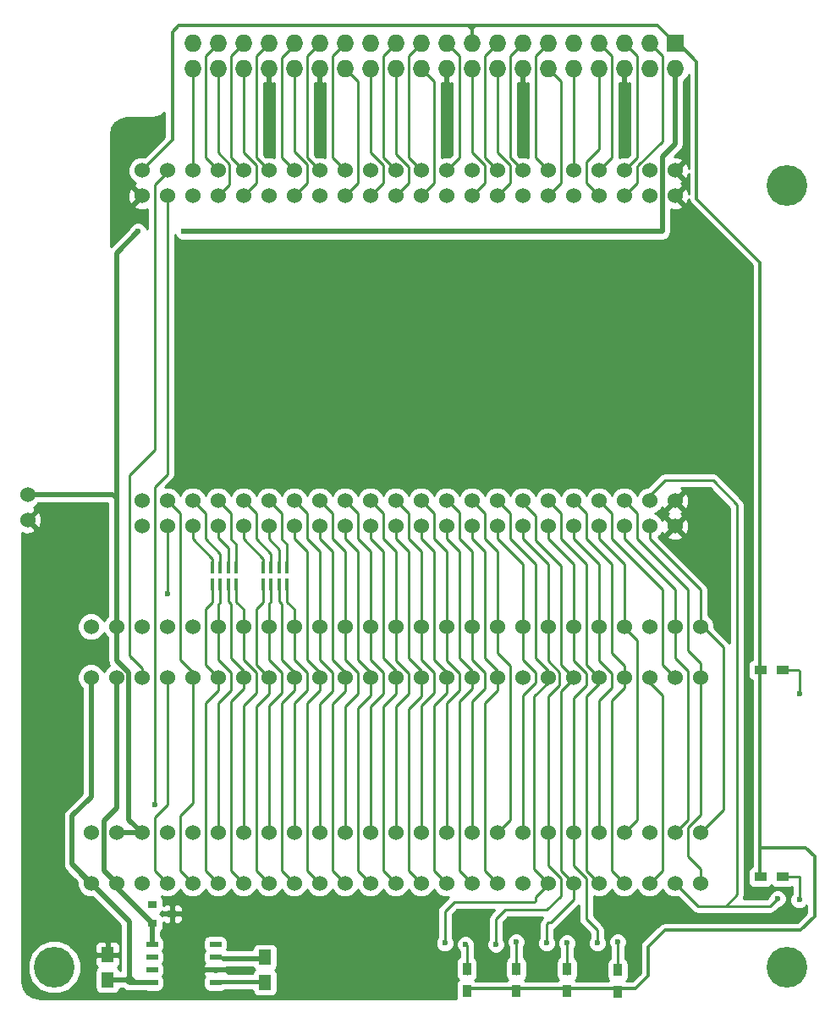
<source format=gbr>
G04 #@! TF.FileFunction,Copper,L2,Bot,Signal*
%FSLAX46Y46*%
G04 Gerber Fmt 4.6, Leading zero omitted, Abs format (unit mm)*
G04 Created by KiCad (PCBNEW 4.0.4-stable) date 01/09/17 01:24:07*
%MOMM*%
%LPD*%
G01*
G04 APERTURE LIST*
%ADD10C,0.100000*%
%ADD11C,1.524000*%
%ADD12C,4.064000*%
%ADD13R,1.727200X1.727200*%
%ADD14O,1.727200X1.727200*%
%ADD15R,0.900000X0.800000*%
%ADD16R,1.143000X0.508000*%
%ADD17R,1.250000X1.500000*%
%ADD18R,0.400000X1.200000*%
%ADD19R,1.200000X0.900000*%
%ADD20R,0.900000X1.200000*%
%ADD21C,0.600000*%
%ADD22C,0.300000*%
%ADD23C,0.500000*%
%ADD24C,0.250000*%
%ADD25C,0.254000*%
G04 APERTURE END LIST*
D10*
D11*
X168656000Y-129921000D03*
X168656000Y-135001000D03*
X166116000Y-129921000D03*
X166116000Y-135001000D03*
X163576000Y-129921000D03*
X163576000Y-135001000D03*
X161036000Y-129921000D03*
X161036000Y-135001000D03*
X158496000Y-129921000D03*
X158496000Y-135001000D03*
X155956000Y-129921000D03*
X155956000Y-135001000D03*
X153416000Y-129921000D03*
X153416000Y-135001000D03*
X150876000Y-129921000D03*
X150876000Y-135001000D03*
X148336000Y-129921000D03*
X148336000Y-135001000D03*
X145796000Y-129921000D03*
X145796000Y-135001000D03*
X143256000Y-129921000D03*
X143256000Y-135001000D03*
X140716000Y-129921000D03*
X140716000Y-135001000D03*
X138176000Y-129921000D03*
X138176000Y-135001000D03*
X135636000Y-129921000D03*
X135636000Y-135001000D03*
X133096000Y-129921000D03*
X133096000Y-135001000D03*
X130556000Y-129921000D03*
X130556000Y-135001000D03*
X128016000Y-129921000D03*
X128016000Y-135001000D03*
X125476000Y-129921000D03*
X125476000Y-135001000D03*
X122936000Y-129921000D03*
X122936000Y-135001000D03*
X120396000Y-129921000D03*
X120396000Y-135001000D03*
X117856000Y-129921000D03*
X117856000Y-135001000D03*
X115316000Y-129921000D03*
X115316000Y-135001000D03*
X112776000Y-129921000D03*
X112776000Y-135001000D03*
X110236000Y-129921000D03*
X110236000Y-135001000D03*
X107696000Y-129921000D03*
X107696000Y-135001000D03*
X166116000Y-63754000D03*
X166116000Y-66294000D03*
X163576000Y-63754000D03*
X163576000Y-66294000D03*
X161036000Y-63754000D03*
X161036000Y-66294000D03*
X158496000Y-63754000D03*
X158496000Y-66294000D03*
X155956000Y-63754000D03*
X155956000Y-66294000D03*
X153416000Y-63754000D03*
X153416000Y-66294000D03*
X150876000Y-63754000D03*
X150876000Y-66294000D03*
X148336000Y-63754000D03*
X148336000Y-66294000D03*
X145796000Y-63754000D03*
X145796000Y-66294000D03*
X143256000Y-63754000D03*
X143256000Y-66294000D03*
X140716000Y-63754000D03*
X140716000Y-66294000D03*
X138176000Y-63754000D03*
X138176000Y-66294000D03*
X135636000Y-63754000D03*
X135636000Y-66294000D03*
X133096000Y-63754000D03*
X133096000Y-66294000D03*
X130556000Y-63754000D03*
X130556000Y-66294000D03*
X128016000Y-63754000D03*
X128016000Y-66294000D03*
X125476000Y-63754000D03*
X125476000Y-66294000D03*
X122936000Y-63754000D03*
X122936000Y-66294000D03*
X120396000Y-63754000D03*
X120396000Y-66294000D03*
X117856000Y-63754000D03*
X117856000Y-66294000D03*
X115316000Y-63754000D03*
X115316000Y-66294000D03*
X112776000Y-63754000D03*
X112776000Y-66294000D03*
X112776000Y-99314000D03*
X112776000Y-96774000D03*
X115316000Y-99314000D03*
X115316000Y-96774000D03*
X117856000Y-99314000D03*
X117856000Y-96774000D03*
X120396000Y-99314000D03*
X120396000Y-96774000D03*
X122936000Y-99314000D03*
X122936000Y-96774000D03*
X125476000Y-99314000D03*
X125476000Y-96774000D03*
X128016000Y-99314000D03*
X128016000Y-96774000D03*
X130556000Y-99314000D03*
X130556000Y-96774000D03*
X133096000Y-99314000D03*
X133096000Y-96774000D03*
X135636000Y-99314000D03*
X135636000Y-96774000D03*
X138176000Y-99314000D03*
X138176000Y-96774000D03*
X140716000Y-99314000D03*
X140716000Y-96774000D03*
X143256000Y-99314000D03*
X143256000Y-96774000D03*
X145796000Y-99314000D03*
X145796000Y-96774000D03*
X148336000Y-99314000D03*
X148336000Y-96774000D03*
X150876000Y-99314000D03*
X150876000Y-96774000D03*
X153416000Y-99314000D03*
X153416000Y-96774000D03*
X155956000Y-99314000D03*
X155956000Y-96774000D03*
X158496000Y-99314000D03*
X158496000Y-96774000D03*
X161036000Y-99314000D03*
X161036000Y-96774000D03*
X163576000Y-99314000D03*
X163576000Y-96774000D03*
X166116000Y-99314000D03*
X166116000Y-96774000D03*
X101346000Y-98679000D03*
X101346000Y-96139000D03*
D12*
X177292000Y-65278000D03*
X104013000Y-143383000D03*
D13*
X166116000Y-51054000D03*
D14*
X166116000Y-53594000D03*
X163576000Y-51054000D03*
X163576000Y-53594000D03*
X161036000Y-51054000D03*
X161036000Y-53594000D03*
X158496000Y-51054000D03*
X158496000Y-53594000D03*
X155956000Y-51054000D03*
X155956000Y-53594000D03*
X153416000Y-51054000D03*
X153416000Y-53594000D03*
X150876000Y-51054000D03*
X150876000Y-53594000D03*
X148336000Y-51054000D03*
X148336000Y-53594000D03*
X145796000Y-51054000D03*
X145796000Y-53594000D03*
X143256000Y-51054000D03*
X143256000Y-53594000D03*
X140716000Y-51054000D03*
X140716000Y-53594000D03*
X138176000Y-51054000D03*
X138176000Y-53594000D03*
X135636000Y-51054000D03*
X135636000Y-53594000D03*
X133096000Y-51054000D03*
X133096000Y-53594000D03*
X130556000Y-51054000D03*
X130556000Y-53594000D03*
X128016000Y-51054000D03*
X128016000Y-53594000D03*
X125476000Y-51054000D03*
X125476000Y-53594000D03*
X122936000Y-51054000D03*
X122936000Y-53594000D03*
X120396000Y-51054000D03*
X120396000Y-53594000D03*
X117856000Y-51054000D03*
X117856000Y-53594000D03*
D15*
X113808000Y-138999000D03*
X113808000Y-137099000D03*
X115808000Y-138049000D03*
D16*
X113792000Y-141097000D03*
X113792000Y-142367000D03*
X113792000Y-143637000D03*
X113792000Y-144907000D03*
X120142000Y-144907000D03*
X120142000Y-143637000D03*
X120142000Y-142367000D03*
X120142000Y-141097000D03*
D17*
X125095000Y-142387000D03*
X125095000Y-144887000D03*
X109347000Y-142133000D03*
X109347000Y-144633000D03*
D12*
X177292000Y-143383000D03*
D11*
X168656000Y-109347000D03*
X168656000Y-114427000D03*
X166116000Y-109347000D03*
X166116000Y-114427000D03*
X163576000Y-109347000D03*
X163576000Y-114427000D03*
X161036000Y-109347000D03*
X161036000Y-114427000D03*
X158496000Y-109347000D03*
X158496000Y-114427000D03*
X155956000Y-109347000D03*
X155956000Y-114427000D03*
X153416000Y-109347000D03*
X153416000Y-114427000D03*
X150876000Y-109347000D03*
X150876000Y-114427000D03*
X148336000Y-109347000D03*
X148336000Y-114427000D03*
X145796000Y-109347000D03*
X145796000Y-114427000D03*
X143256000Y-109347000D03*
X143256000Y-114427000D03*
X140716000Y-109347000D03*
X140716000Y-114427000D03*
X138176000Y-109347000D03*
X138176000Y-114427000D03*
X135636000Y-109347000D03*
X135636000Y-114427000D03*
X133096000Y-109347000D03*
X133096000Y-114427000D03*
X130556000Y-109347000D03*
X130556000Y-114427000D03*
X128016000Y-109347000D03*
X128016000Y-114427000D03*
X125476000Y-109347000D03*
X125476000Y-114427000D03*
X122936000Y-109347000D03*
X122936000Y-114427000D03*
X120396000Y-109347000D03*
X120396000Y-114427000D03*
X117856000Y-109347000D03*
X117856000Y-114427000D03*
X115316000Y-109347000D03*
X115316000Y-114427000D03*
X112776000Y-109347000D03*
X112776000Y-114427000D03*
X110236000Y-109347000D03*
X110236000Y-114427000D03*
X107696000Y-109347000D03*
X107696000Y-114427000D03*
D18*
X126511000Y-105117000D03*
X125711000Y-105117000D03*
X127311000Y-105117000D03*
X124911000Y-105117000D03*
X127311000Y-103417000D03*
X126511000Y-103417000D03*
X125711000Y-103417000D03*
X124911000Y-103417000D03*
X121431000Y-105117000D03*
X120631000Y-105117000D03*
X122231000Y-105117000D03*
X119831000Y-105117000D03*
X122231000Y-103417000D03*
X121431000Y-103417000D03*
X120631000Y-103417000D03*
X119831000Y-103417000D03*
D19*
X174668000Y-134366000D03*
X176868000Y-134366000D03*
D20*
X145288000Y-145753000D03*
X145288000Y-143553000D03*
X150241000Y-145753000D03*
X150241000Y-143553000D03*
D19*
X174668000Y-113665000D03*
X176868000Y-113665000D03*
D20*
X160401000Y-145880000D03*
X160401000Y-143680000D03*
X155321000Y-145753000D03*
X155321000Y-143553000D03*
D21*
X112395000Y-69850000D03*
X116967000Y-69850000D03*
X158369000Y-140970000D03*
X153289000Y-140970000D03*
X148209000Y-141097000D03*
X143095980Y-140970000D03*
X115316000Y-106045000D03*
X176403000Y-136525000D03*
X114046000Y-127127000D03*
X160401000Y-140843000D03*
X155321000Y-140970000D03*
X178562000Y-136652000D03*
X145161000Y-141097000D03*
X150241000Y-140843000D03*
X178562000Y-116078000D03*
D22*
X145288000Y-145529300D02*
X150241000Y-145529300D01*
X150241000Y-145529300D02*
X155321000Y-145529300D01*
X155321000Y-145529300D02*
X160401000Y-145529300D01*
X160401000Y-145529300D02*
X160413700Y-145542000D01*
X160413700Y-145542000D02*
X162179000Y-145542000D01*
X162179000Y-145542000D02*
X163449000Y-144272000D01*
X163449000Y-144272000D02*
X163449000Y-141351000D01*
X163449000Y-141351000D02*
X165100000Y-139700000D01*
X165100000Y-139700000D02*
X178689000Y-139700000D01*
X178689000Y-139700000D02*
X180086000Y-138303000D01*
X180086000Y-138303000D02*
X180086000Y-132334000D01*
X180086000Y-132334000D02*
X179197000Y-131445000D01*
X179197000Y-131445000D02*
X174637700Y-131445000D01*
X168287700Y-63754000D02*
X168287700Y-66560700D01*
X174637700Y-72910700D02*
X174637700Y-74815700D01*
X168287700Y-66560700D02*
X174637700Y-72910700D01*
X145796000Y-49530000D02*
X145669000Y-49530000D01*
X145669000Y-49530000D02*
X145415000Y-49276000D01*
X145796000Y-49530000D02*
X145796000Y-49530000D01*
X145796000Y-49530000D02*
X145923000Y-49530000D01*
X145923000Y-49530000D02*
X146177000Y-49276000D01*
X145796000Y-51054000D02*
X145796000Y-49530000D01*
X145796000Y-49530000D02*
X145796000Y-49276000D01*
X145796000Y-49276000D02*
X145669000Y-49276000D01*
X166116000Y-51054000D02*
X164338000Y-49276000D01*
X164338000Y-49276000D02*
X146177000Y-49276000D01*
X115824000Y-60706000D02*
X112776000Y-63754000D01*
X145415000Y-49276000D02*
X116459000Y-49276000D01*
X116459000Y-49276000D02*
X115824000Y-49911000D01*
X115824000Y-49911000D02*
X115824000Y-60706000D01*
X146177000Y-49276000D02*
X145669000Y-49276000D01*
X145669000Y-49276000D02*
X145415000Y-49276000D01*
X174637700Y-77089000D02*
X174637700Y-76301600D01*
X174650400Y-76288900D02*
X174637700Y-76288900D01*
X174637700Y-76301600D02*
X174650400Y-76288900D01*
X166116000Y-51054000D02*
X166458900Y-51054000D01*
X166458900Y-51054000D02*
X168287700Y-52882800D01*
X168287700Y-52882800D02*
X168287700Y-63754000D01*
X174637700Y-86106000D02*
X174637700Y-113665000D01*
X174637700Y-113665000D02*
X174637700Y-128905000D01*
X174637700Y-128905000D02*
X174637700Y-131445000D01*
X174637700Y-131445000D02*
X174637700Y-134366000D01*
X166116000Y-51054000D02*
X166370000Y-51054000D01*
X174637700Y-74815700D02*
X174637700Y-76288900D01*
X174637700Y-76288900D02*
X174637700Y-80137000D01*
X174637700Y-80137000D02*
X174637700Y-83058000D01*
X174637700Y-83058000D02*
X174637700Y-86106000D01*
X166116000Y-51054000D02*
X166243000Y-51054000D01*
X166116000Y-51054000D02*
X166446200Y-51054000D01*
D23*
X166116000Y-53594000D02*
X166116000Y-61087000D01*
X164846000Y-62357000D02*
X164846000Y-69850000D01*
X166116000Y-61087000D02*
X164846000Y-62357000D01*
X110236000Y-72009000D02*
X110236000Y-109347000D01*
X112395000Y-69850000D02*
X110236000Y-72009000D01*
X164846000Y-69850000D02*
X116967000Y-69850000D01*
X112776000Y-129921000D02*
X110236000Y-129921000D01*
X111480412Y-113944588D02*
X111480412Y-128625412D01*
X111480412Y-128625412D02*
X112776000Y-129921000D01*
X110236000Y-109347000D02*
X110236000Y-112700176D01*
X110236000Y-112700176D02*
X111480412Y-113944588D01*
X101346000Y-96139000D02*
X109855000Y-96139000D01*
X110236000Y-109347000D02*
X110236000Y-96520000D01*
X110236000Y-96520000D02*
X109855000Y-96139000D01*
X109855000Y-96139000D02*
X110236000Y-96520000D01*
X110236000Y-88900000D02*
X110236000Y-109474000D01*
D24*
X163576000Y-51054000D02*
X164846000Y-52324000D01*
X162306000Y-65024000D02*
X161036000Y-66294000D01*
X162306000Y-63373000D02*
X162306000Y-65024000D01*
X162433000Y-63246000D02*
X162306000Y-63373000D01*
X164846000Y-60833000D02*
X162433000Y-63246000D01*
X164846000Y-52324000D02*
X164846000Y-60833000D01*
X161036000Y-51054000D02*
X162306000Y-52324000D01*
X162306000Y-62484000D02*
X161036000Y-63754000D01*
X162306000Y-52324000D02*
X162306000Y-62484000D01*
X158496000Y-51054000D02*
X159766000Y-52324000D01*
X159766000Y-62484000D02*
X158496000Y-63754000D01*
X159766000Y-52324000D02*
X159766000Y-62484000D01*
X158496000Y-53594000D02*
X158496000Y-61595000D01*
X157226000Y-65024000D02*
X158496000Y-66294000D01*
X157226000Y-62865000D02*
X157226000Y-65024000D01*
X158496000Y-61595000D02*
X157226000Y-62865000D01*
X155956000Y-53594000D02*
X155956000Y-63754000D01*
X153416000Y-51054000D02*
X152146000Y-52324000D01*
X152146000Y-62484000D02*
X153416000Y-63754000D01*
X152146000Y-52324000D02*
X152146000Y-62484000D01*
X153416000Y-53594000D02*
X154686000Y-54864000D01*
X154686000Y-65024000D02*
X153416000Y-66294000D01*
X154686000Y-54864000D02*
X154686000Y-65024000D01*
X150876000Y-51054000D02*
X149606000Y-52324000D01*
X149606000Y-62484000D02*
X150876000Y-63754000D01*
X149606000Y-52324000D02*
X149606000Y-62484000D01*
X148336000Y-51054000D02*
X147066000Y-52324000D01*
X147066000Y-62484000D02*
X148336000Y-63754000D01*
X147066000Y-52324000D02*
X147066000Y-62484000D01*
X148336000Y-53594000D02*
X148336000Y-61976000D01*
X149606000Y-65024000D02*
X148336000Y-66294000D01*
X149606000Y-63246000D02*
X149606000Y-65024000D01*
X148336000Y-61976000D02*
X149606000Y-63246000D01*
X145796000Y-53594000D02*
X145796000Y-61976000D01*
X147066000Y-65024000D02*
X145796000Y-66294000D01*
X147066000Y-63246000D02*
X147066000Y-65024000D01*
X145796000Y-61976000D02*
X147066000Y-63246000D01*
X143256000Y-51054000D02*
X144526000Y-52324000D01*
X144526000Y-62484000D02*
X143256000Y-63754000D01*
X144526000Y-52324000D02*
X144526000Y-62484000D01*
X140716000Y-51054000D02*
X139446000Y-52324000D01*
X139446000Y-62484000D02*
X140716000Y-63754000D01*
X139446000Y-52324000D02*
X139446000Y-62484000D01*
X140716000Y-53594000D02*
X141986000Y-54864000D01*
X141986000Y-65024000D02*
X140716000Y-66294000D01*
X141986000Y-54864000D02*
X141986000Y-65024000D01*
X138176000Y-51054000D02*
X136906000Y-52324000D01*
X136906000Y-62484000D02*
X138176000Y-63754000D01*
X136906000Y-52324000D02*
X136906000Y-62484000D01*
X138176000Y-53594000D02*
X138176000Y-62103000D01*
X139446000Y-65024000D02*
X138176000Y-66294000D01*
X139446000Y-63373000D02*
X139446000Y-65024000D01*
X138176000Y-62103000D02*
X139446000Y-63373000D01*
X135636000Y-53594000D02*
X135636000Y-61976000D01*
X136906000Y-65024000D02*
X135636000Y-66294000D01*
X136906000Y-63246000D02*
X136906000Y-65024000D01*
X135636000Y-61976000D02*
X136906000Y-63246000D01*
X133096000Y-51054000D02*
X131826000Y-52324000D01*
X131826000Y-62484000D02*
X133096000Y-63754000D01*
X131826000Y-52324000D02*
X131826000Y-62484000D01*
X133096000Y-53594000D02*
X134366000Y-54864000D01*
X134366000Y-65024000D02*
X133096000Y-66294000D01*
X134366000Y-54864000D02*
X134366000Y-65024000D01*
X130556000Y-51054000D02*
X129286000Y-52324000D01*
X129286000Y-62484000D02*
X130556000Y-63754000D01*
X129286000Y-52324000D02*
X129286000Y-62484000D01*
X128016000Y-51054000D02*
X128016000Y-51181000D01*
X128016000Y-51181000D02*
X126746000Y-52451000D01*
X126746000Y-52451000D02*
X126746000Y-62484000D01*
X126746000Y-62484000D02*
X128016000Y-63754000D01*
X128016000Y-53594000D02*
X128016000Y-61850398D01*
X129286000Y-65024000D02*
X128016000Y-66294000D01*
X129286000Y-63120398D02*
X129286000Y-65024000D01*
X128016000Y-61850398D02*
X129286000Y-63120398D01*
X125476000Y-51054000D02*
X124206000Y-52324000D01*
X124206000Y-62484000D02*
X125476000Y-63754000D01*
X124206000Y-52324000D02*
X124206000Y-62484000D01*
X122936000Y-51054000D02*
X121666000Y-52324000D01*
X121666000Y-62484000D02*
X122936000Y-63754000D01*
X121666000Y-52324000D02*
X121666000Y-62484000D01*
X122936000Y-53594000D02*
X122936000Y-61976000D01*
X124206000Y-65024000D02*
X122936000Y-66294000D01*
X124206000Y-63246000D02*
X124206000Y-65024000D01*
X122936000Y-61976000D02*
X124206000Y-63246000D01*
X120396000Y-51054000D02*
X119126000Y-52324000D01*
X119126000Y-62484000D02*
X120396000Y-63754000D01*
X119126000Y-52324000D02*
X119126000Y-62484000D01*
X120396000Y-53594000D02*
X120396000Y-61976000D01*
X121539000Y-65151000D02*
X120396000Y-66294000D01*
X121539000Y-63119000D02*
X121539000Y-65151000D01*
X120396000Y-61976000D02*
X121539000Y-63119000D01*
X117856000Y-53594000D02*
X117856000Y-63754000D01*
X163576000Y-99314000D02*
X163576000Y-100584000D01*
X168656000Y-105664000D02*
X168656000Y-109347000D01*
X163576000Y-100584000D02*
X168656000Y-105664000D01*
X168656000Y-109347000D02*
X168910000Y-109347000D01*
X168910000Y-109347000D02*
X170942000Y-111379000D01*
X170942000Y-127635000D02*
X168656000Y-129921000D01*
X170942000Y-111379000D02*
X170942000Y-127635000D01*
X161036000Y-96774000D02*
X162306000Y-98044000D01*
X168656000Y-113030000D02*
X168656000Y-114427000D01*
X167386000Y-111760000D02*
X168656000Y-113030000D01*
X167386000Y-105664000D02*
X167386000Y-111760000D01*
X162306000Y-100584000D02*
X167386000Y-105664000D01*
X162306000Y-98044000D02*
X162306000Y-100584000D01*
X168656000Y-133604000D02*
X168656000Y-135001000D01*
X167386000Y-132334000D02*
X168656000Y-133604000D01*
X167386000Y-129413000D02*
X167386000Y-132334000D01*
X168656000Y-114427000D02*
X168656000Y-128143000D01*
X168656000Y-128143000D02*
X167386000Y-129413000D01*
X161036000Y-99314000D02*
X161036000Y-100584000D01*
X166116000Y-105664000D02*
X166116000Y-109347000D01*
X161036000Y-100584000D02*
X166116000Y-105664000D01*
X166116000Y-109347000D02*
X166116000Y-112522000D01*
X167386000Y-128651000D02*
X166116000Y-129921000D01*
X167386000Y-113792000D02*
X167386000Y-128651000D01*
X166116000Y-112522000D02*
X167386000Y-113792000D01*
X158496000Y-96774000D02*
X159766000Y-98044000D01*
X164846000Y-113157000D02*
X166116000Y-114427000D01*
X164846000Y-105664000D02*
X164846000Y-113157000D01*
X159766000Y-100584000D02*
X164846000Y-105664000D01*
X159766000Y-98044000D02*
X159766000Y-100584000D01*
X163576000Y-114427000D02*
X163576000Y-114935000D01*
X163576000Y-114935000D02*
X164846000Y-116205000D01*
X164846000Y-116205000D02*
X164846000Y-133731000D01*
X164846000Y-133731000D02*
X163576000Y-135001000D01*
X158496000Y-99314000D02*
X158496000Y-100584000D01*
X161036000Y-103124000D02*
X161036000Y-109347000D01*
X158496000Y-100584000D02*
X161036000Y-103124000D01*
X161036000Y-109347000D02*
X161036000Y-109474000D01*
X161036000Y-109474000D02*
X162306000Y-110744000D01*
X162306000Y-128651000D02*
X161036000Y-129921000D01*
X162306000Y-110744000D02*
X162306000Y-128651000D01*
X155956000Y-96774000D02*
X157226000Y-98044000D01*
X161036000Y-113284000D02*
X161036000Y-114427000D01*
X159766000Y-112014000D02*
X161036000Y-113284000D01*
X159766000Y-103124000D02*
X159766000Y-112014000D01*
X157226000Y-100584000D02*
X159766000Y-103124000D01*
X157226000Y-98044000D02*
X157226000Y-100584000D01*
X159766000Y-133731000D02*
X161036000Y-135001000D01*
X159766000Y-116713000D02*
X159766000Y-133731000D01*
X161036000Y-114427000D02*
X161036000Y-115443000D01*
X161036000Y-115443000D02*
X159766000Y-116713000D01*
X161036000Y-114046000D02*
X161036000Y-114427000D01*
X161036000Y-114300000D02*
X161036000Y-114427000D01*
X155956000Y-99314000D02*
X155956000Y-100584000D01*
X158496000Y-103124000D02*
X158496000Y-109347000D01*
X155956000Y-100584000D02*
X158496000Y-103124000D01*
X158496000Y-109347000D02*
X158496000Y-112776000D01*
X158496000Y-116713000D02*
X158496000Y-129921000D01*
X159766000Y-115443000D02*
X158496000Y-116713000D01*
X159766000Y-114046000D02*
X159766000Y-115443000D01*
X158496000Y-112776000D02*
X159766000Y-114046000D01*
X153416000Y-96774000D02*
X154686000Y-98044000D01*
X157226000Y-113157000D02*
X158496000Y-114427000D01*
X157226000Y-103124000D02*
X157226000Y-113157000D01*
X154686000Y-100584000D02*
X157226000Y-103124000D01*
X154686000Y-98044000D02*
X154686000Y-100584000D01*
X157226000Y-133731000D02*
X158496000Y-135001000D01*
X158496000Y-114427000D02*
X158496000Y-115062000D01*
X158496000Y-115062000D02*
X157226000Y-116332000D01*
X157226000Y-116332000D02*
X157226000Y-133731000D01*
X155956000Y-129921000D02*
X155956000Y-133223000D01*
X158369000Y-139700000D02*
X158369000Y-140970000D01*
X157226000Y-138557000D02*
X158369000Y-139700000D01*
X157226000Y-134493000D02*
X157226000Y-138557000D01*
X155956000Y-133223000D02*
X157226000Y-134493000D01*
X153416000Y-99314000D02*
X153416000Y-98640900D01*
X153416000Y-99314000D02*
X153416000Y-100584000D01*
X155956000Y-103124000D02*
X155956000Y-109347000D01*
X153416000Y-100584000D02*
X155956000Y-103124000D01*
X155956000Y-109347000D02*
X155956000Y-112776000D01*
X155956000Y-112776000D02*
X157226000Y-114046000D01*
X157226000Y-114046000D02*
X157226000Y-115189000D01*
X157226000Y-115189000D02*
X155956000Y-116459000D01*
X155956000Y-116459000D02*
X155956000Y-129921000D01*
X155956000Y-135001000D02*
X155956000Y-136652000D01*
X155956000Y-136652000D02*
X153670000Y-138938000D01*
X150876000Y-96774000D02*
X150876000Y-97028000D01*
X150876000Y-97028000D02*
X152146000Y-98298000D01*
X154686000Y-103251000D02*
X154686000Y-111760000D01*
X152146000Y-100711000D02*
X154686000Y-103251000D01*
X152146000Y-98298000D02*
X152146000Y-100711000D01*
X154686000Y-133731000D02*
X155956000Y-135001000D01*
X155956000Y-114427000D02*
X154686000Y-113157000D01*
X154686000Y-113157000D02*
X154686000Y-111760000D01*
X154686000Y-111760000D02*
X154686000Y-113030000D01*
X150876000Y-96774000D02*
X150876000Y-96901000D01*
X155956000Y-114427000D02*
X155956000Y-114554000D01*
X155956000Y-114554000D02*
X154686000Y-115824000D01*
X154686000Y-115824000D02*
X154686000Y-133731000D01*
X153670000Y-138938000D02*
X153416000Y-138938000D01*
X153416000Y-138938000D02*
X153289000Y-139065000D01*
X153289000Y-139065000D02*
X153289000Y-140970000D01*
X153416000Y-129921000D02*
X153416000Y-133223000D01*
X153416000Y-133223000D02*
X154686000Y-134493000D01*
X150876000Y-98602800D02*
X150876000Y-99314000D01*
X150876000Y-99314000D02*
X150876000Y-100584000D01*
X153416000Y-103124000D02*
X153416000Y-109347000D01*
X150876000Y-100584000D02*
X153416000Y-103124000D01*
X153416000Y-109347000D02*
X153416000Y-112776000D01*
X153416000Y-112776000D02*
X154559000Y-113919000D01*
X154559000Y-113919000D02*
X154559000Y-115189000D01*
X154559000Y-115189000D02*
X153416000Y-116332000D01*
X153416000Y-116332000D02*
X153416000Y-129921000D01*
X154686000Y-134493000D02*
X154686000Y-136271000D01*
X154686000Y-136271000D02*
X153289000Y-137668000D01*
X153289000Y-137668000D02*
X149098000Y-137668000D01*
X149098000Y-137668000D02*
X148209000Y-138557000D01*
X148209000Y-138557000D02*
X148209000Y-141097000D01*
X143095980Y-140970000D02*
X143129000Y-140970000D01*
X143095980Y-137828020D02*
X143095980Y-140970000D01*
X144018000Y-136906000D02*
X143095980Y-137828020D01*
X152019000Y-136906000D02*
X144018000Y-136906000D01*
X152146000Y-136779000D02*
X152019000Y-136906000D01*
X152146000Y-136398000D02*
X152146000Y-136779000D01*
X153416000Y-135001000D02*
X153416000Y-135128000D01*
X153416000Y-135128000D02*
X152146000Y-136398000D01*
X149606000Y-98044000D02*
X149606000Y-100584000D01*
X149606000Y-100584000D02*
X152146000Y-103124000D01*
X152146000Y-103124000D02*
X152146000Y-112522000D01*
X152146000Y-112522000D02*
X153416000Y-113792000D01*
X148336000Y-96774000D02*
X149606000Y-98044000D01*
X153416000Y-113792000D02*
X153416000Y-114427000D01*
X152019000Y-133604000D02*
X153416000Y-135001000D01*
X153416000Y-114427000D02*
X153416000Y-114935000D01*
X153416000Y-114935000D02*
X152019000Y-116332000D01*
X152019000Y-116332000D02*
X152019000Y-133604000D01*
X148336000Y-99314000D02*
X148336000Y-100584000D01*
X150876000Y-103124000D02*
X150876000Y-109347000D01*
X148336000Y-100584000D02*
X150876000Y-103124000D01*
X150876000Y-109347000D02*
X150876000Y-112649000D01*
X150876000Y-116205000D02*
X150876000Y-129921000D01*
X152146000Y-114935000D02*
X150876000Y-116205000D01*
X152146000Y-113919000D02*
X152146000Y-114935000D01*
X150876000Y-112649000D02*
X152146000Y-113919000D01*
X145796000Y-96774000D02*
X147066000Y-98044000D01*
X148336000Y-101854000D02*
X148336000Y-109347000D01*
X147066000Y-100584000D02*
X148336000Y-101854000D01*
X147066000Y-98044000D02*
X147066000Y-100584000D01*
X148336000Y-109347000D02*
X148336000Y-112014000D01*
X148336000Y-112014000D02*
X149606000Y-113284000D01*
X149606000Y-113284000D02*
X149606000Y-128651000D01*
X149606000Y-128651000D02*
X148336000Y-129921000D01*
X145796000Y-99314000D02*
X145796000Y-100584000D01*
X147066000Y-112522000D02*
X148336000Y-113792000D01*
X147066000Y-101854000D02*
X147066000Y-112522000D01*
X145796000Y-100584000D02*
X147066000Y-101854000D01*
X148336000Y-113792000D02*
X148336000Y-114427000D01*
X147066000Y-133731000D02*
X148336000Y-135001000D01*
X147066000Y-116967000D02*
X147066000Y-133731000D01*
X148336000Y-114427000D02*
X148336000Y-115697000D01*
X148336000Y-115697000D02*
X147066000Y-116967000D01*
X143256000Y-96774000D02*
X143383000Y-96774000D01*
X143383000Y-96774000D02*
X144526000Y-97917000D01*
X145796000Y-101854000D02*
X145796000Y-109347000D01*
X144526000Y-100584000D02*
X145796000Y-101854000D01*
X144526000Y-97917000D02*
X144526000Y-100584000D01*
X145796000Y-109347000D02*
X145796000Y-112649000D01*
X145796000Y-116840000D02*
X145796000Y-129921000D01*
X147066000Y-115570000D02*
X145796000Y-116840000D01*
X147066000Y-113919000D02*
X147066000Y-115570000D01*
X145796000Y-112649000D02*
X147066000Y-113919000D01*
X143256000Y-99314000D02*
X143256000Y-100584000D01*
X144526000Y-112522000D02*
X145796000Y-113792000D01*
X144526000Y-101854000D02*
X144526000Y-112522000D01*
X143256000Y-100584000D02*
X144526000Y-101854000D01*
X145796000Y-113792000D02*
X145796000Y-114427000D01*
X144526000Y-133731000D02*
X145796000Y-135001000D01*
X144526000Y-116840000D02*
X144526000Y-133731000D01*
X145796000Y-114427000D02*
X145796000Y-115570000D01*
X145796000Y-115570000D02*
X144526000Y-116840000D01*
X140716000Y-96774000D02*
X141986000Y-98044000D01*
X143256000Y-101854000D02*
X143256000Y-109347000D01*
X141986000Y-100584000D02*
X143256000Y-101854000D01*
X141986000Y-98044000D02*
X141986000Y-100584000D01*
X143256000Y-109347000D02*
X143256000Y-112776000D01*
X143256000Y-116967000D02*
X143256000Y-129921000D01*
X144526000Y-115697000D02*
X143256000Y-116967000D01*
X144526000Y-114046000D02*
X144526000Y-115697000D01*
X143256000Y-112776000D02*
X144526000Y-114046000D01*
X140716000Y-99314000D02*
X140716000Y-100584000D01*
X141986000Y-112649000D02*
X143256000Y-113919000D01*
X141986000Y-101854000D02*
X141986000Y-112649000D01*
X140716000Y-100584000D02*
X141986000Y-101854000D01*
X143256000Y-113919000D02*
X143256000Y-114427000D01*
X141986000Y-133731000D02*
X143256000Y-135001000D01*
X141986000Y-117221000D02*
X141986000Y-133731000D01*
X143256000Y-114427000D02*
X143256000Y-115951000D01*
X143256000Y-115951000D02*
X141986000Y-117221000D01*
X138176000Y-96774000D02*
X139446000Y-98044000D01*
X140716000Y-101854000D02*
X140716000Y-109347000D01*
X139446000Y-100584000D02*
X140716000Y-101854000D01*
X139446000Y-98044000D02*
X139446000Y-100584000D01*
X138176000Y-96774000D02*
X138176000Y-96901000D01*
X140716000Y-109347000D02*
X140716000Y-112649000D01*
X140716000Y-117221000D02*
X140716000Y-129921000D01*
X141986000Y-115951000D02*
X140716000Y-117221000D01*
X141986000Y-113919000D02*
X141986000Y-115951000D01*
X140716000Y-112649000D02*
X141986000Y-113919000D01*
X138176000Y-99314000D02*
X138176000Y-100584000D01*
X139446000Y-112522000D02*
X140716000Y-113792000D01*
X139446000Y-101854000D02*
X139446000Y-112522000D01*
X138176000Y-100584000D02*
X139446000Y-101854000D01*
X140716000Y-113792000D02*
X140716000Y-114427000D01*
X139446000Y-133731000D02*
X140716000Y-135001000D01*
X139446000Y-117602000D02*
X139446000Y-133731000D01*
X140716000Y-114427000D02*
X140716000Y-116332000D01*
X140716000Y-116332000D02*
X139446000Y-117602000D01*
X135636000Y-96774000D02*
X136906000Y-98044000D01*
X138176000Y-101854000D02*
X138176000Y-109347000D01*
X136906000Y-100584000D02*
X138176000Y-101854000D01*
X136906000Y-98044000D02*
X136906000Y-100584000D01*
X135636000Y-96774000D02*
X135890000Y-96774000D01*
X138176000Y-109347000D02*
X138176000Y-112776000D01*
X138176000Y-117348000D02*
X138176000Y-129921000D01*
X139446000Y-116078000D02*
X138176000Y-117348000D01*
X139446000Y-114046000D02*
X139446000Y-116078000D01*
X138176000Y-112776000D02*
X139446000Y-114046000D01*
X135636000Y-99314000D02*
X135636000Y-100584000D01*
X136906000Y-112522000D02*
X138176000Y-113792000D01*
X136906000Y-101854000D02*
X136906000Y-112522000D01*
X135636000Y-100584000D02*
X136906000Y-101854000D01*
X138176000Y-113792000D02*
X138176000Y-114427000D01*
X136906000Y-133731000D02*
X138176000Y-135001000D01*
X136906000Y-117348000D02*
X136906000Y-133731000D01*
X138176000Y-114427000D02*
X138176000Y-116078000D01*
X138176000Y-116078000D02*
X136906000Y-117348000D01*
X133096000Y-96774000D02*
X134366000Y-98044000D01*
X135636000Y-101854000D02*
X135636000Y-109347000D01*
X134366000Y-100584000D02*
X135636000Y-101854000D01*
X134366000Y-98044000D02*
X134366000Y-100584000D01*
X135636000Y-109347000D02*
X135636000Y-112649000D01*
X135636000Y-117348000D02*
X135636000Y-129921000D01*
X136906000Y-116078000D02*
X135636000Y-117348000D01*
X136906000Y-113919000D02*
X136906000Y-116078000D01*
X135636000Y-112649000D02*
X136906000Y-113919000D01*
X133096000Y-99314000D02*
X133096000Y-100584000D01*
X134366000Y-112649000D02*
X135636000Y-113919000D01*
X134366000Y-101854000D02*
X134366000Y-112649000D01*
X133096000Y-100584000D02*
X134366000Y-101854000D01*
X135636000Y-113919000D02*
X135636000Y-114427000D01*
X134366000Y-133731000D02*
X135636000Y-135001000D01*
X134366000Y-117475000D02*
X134366000Y-133731000D01*
X135636000Y-114427000D02*
X135636000Y-116205000D01*
X135636000Y-116205000D02*
X134366000Y-117475000D01*
X130556000Y-96774000D02*
X131826000Y-98044000D01*
X133096000Y-101854000D02*
X133096000Y-109347000D01*
X131826000Y-100584000D02*
X133096000Y-101854000D01*
X131826000Y-98044000D02*
X131826000Y-100584000D01*
X130556000Y-96774000D02*
X130683000Y-96774000D01*
X133096000Y-109347000D02*
X133096000Y-112649000D01*
X133096000Y-117348000D02*
X133096000Y-129921000D01*
X134366000Y-116078000D02*
X133096000Y-117348000D01*
X134366000Y-113919000D02*
X134366000Y-116078000D01*
X133096000Y-112649000D02*
X134366000Y-113919000D01*
X130556000Y-99314000D02*
X130556000Y-100584000D01*
X131826000Y-112649000D02*
X133096000Y-113919000D01*
X131826000Y-101854000D02*
X131826000Y-112649000D01*
X130556000Y-100584000D02*
X131826000Y-101854000D01*
X133096000Y-113919000D02*
X133096000Y-114427000D01*
X131826000Y-133731000D02*
X133096000Y-135001000D01*
X131826000Y-117094000D02*
X131826000Y-133731000D01*
X133096000Y-114427000D02*
X133096000Y-115824000D01*
X133096000Y-115824000D02*
X131826000Y-117094000D01*
X128016000Y-96774000D02*
X129286000Y-98044000D01*
X130556000Y-101854000D02*
X130556000Y-109347000D01*
X129286000Y-100584000D02*
X130556000Y-101854000D01*
X129286000Y-98044000D02*
X129286000Y-100584000D01*
X130556000Y-109347000D02*
X130556000Y-112649000D01*
X130556000Y-112649000D02*
X131826000Y-113919000D01*
X131826000Y-113919000D02*
X131826000Y-115824000D01*
X131826000Y-115824000D02*
X130556000Y-117094000D01*
X130556000Y-117094000D02*
X130556000Y-129921000D01*
X128016000Y-99314000D02*
X128016000Y-100584000D01*
X129286000Y-112649000D02*
X130556000Y-113919000D01*
X129286000Y-112395000D02*
X129286000Y-112649000D01*
X129286000Y-101854000D02*
X129286000Y-112395000D01*
X128016000Y-100584000D02*
X129286000Y-101854000D01*
X130556000Y-113919000D02*
X130556000Y-114427000D01*
X129286000Y-133731000D02*
X130556000Y-135001000D01*
X129286000Y-116967000D02*
X129286000Y-133731000D01*
X130556000Y-114427000D02*
X130556000Y-115697000D01*
X130556000Y-115697000D02*
X129286000Y-116967000D01*
X127311000Y-105117000D02*
X127311000Y-106864000D01*
X128016000Y-107569000D02*
X128016000Y-109347000D01*
X127311000Y-106864000D02*
X128016000Y-107569000D01*
X128016000Y-109347000D02*
X128016000Y-112649000D01*
X128016000Y-112649000D02*
X129286000Y-113919000D01*
X129286000Y-113919000D02*
X129286000Y-115697000D01*
X129286000Y-115697000D02*
X128016000Y-116967000D01*
X128016000Y-116967000D02*
X128016000Y-129921000D01*
X126511000Y-105117000D02*
X126511000Y-106826000D01*
X126746000Y-112649000D02*
X128016000Y-113919000D01*
X126746000Y-107061000D02*
X126746000Y-112649000D01*
X126511000Y-106826000D02*
X126746000Y-107061000D01*
X128016000Y-113919000D02*
X128016000Y-114427000D01*
X128016000Y-113919000D02*
X128016000Y-114427000D01*
X126746000Y-133731000D02*
X128016000Y-135001000D01*
X126746000Y-116967000D02*
X126746000Y-133731000D01*
X128016000Y-114427000D02*
X128016000Y-115697000D01*
X128016000Y-115697000D02*
X126746000Y-116967000D01*
X125711000Y-105117000D02*
X125711000Y-106826000D01*
X125476000Y-107061000D02*
X125476000Y-109347000D01*
X125711000Y-106826000D02*
X125476000Y-107061000D01*
X125476000Y-109347000D02*
X125476000Y-112649000D01*
X125476000Y-112649000D02*
X126746000Y-113919000D01*
X126746000Y-113919000D02*
X126746000Y-115951000D01*
X126746000Y-115951000D02*
X125476000Y-117221000D01*
X125476000Y-117221000D02*
X125476000Y-129921000D01*
X124911000Y-105117000D02*
X124911000Y-106864000D01*
X124206000Y-107569000D02*
X124206000Y-112522000D01*
X124911000Y-106864000D02*
X124206000Y-107569000D01*
X124206000Y-133731000D02*
X125476000Y-135001000D01*
X124206000Y-117348000D02*
X124206000Y-133731000D01*
X125476000Y-114427000D02*
X124206000Y-113157000D01*
X125476000Y-114427000D02*
X125476000Y-116078000D01*
X125476000Y-116078000D02*
X124206000Y-117348000D01*
X124206000Y-113157000D02*
X124206000Y-112649000D01*
X124206000Y-112649000D02*
X124206000Y-112522000D01*
X124206000Y-112522000D02*
X124206000Y-113030000D01*
X122231000Y-105117000D02*
X122231000Y-106864000D01*
X122936000Y-107569000D02*
X122936000Y-109347000D01*
X122231000Y-106864000D02*
X122936000Y-107569000D01*
X122936000Y-109347000D02*
X122936000Y-112649000D01*
X122936000Y-112649000D02*
X124206000Y-113919000D01*
X124206000Y-113919000D02*
X124206000Y-115951000D01*
X124206000Y-115951000D02*
X122936000Y-117221000D01*
X122936000Y-117221000D02*
X122936000Y-129921000D01*
X121431000Y-105117000D02*
X121431000Y-106826000D01*
X121666000Y-112522000D02*
X122936000Y-113792000D01*
X121666000Y-107061000D02*
X121666000Y-112522000D01*
X121431000Y-106826000D02*
X121666000Y-107061000D01*
X122936000Y-113792000D02*
X122936000Y-114427000D01*
X122936000Y-113792000D02*
X122936000Y-114427000D01*
X121666000Y-133731000D02*
X122936000Y-135001000D01*
X121666000Y-116840000D02*
X121666000Y-133731000D01*
X122936000Y-114427000D02*
X122936000Y-115570000D01*
X122936000Y-115570000D02*
X121666000Y-116840000D01*
X120631000Y-105117000D02*
X120631000Y-106915000D01*
X120396000Y-107150000D02*
X120396000Y-109347000D01*
X120631000Y-106915000D02*
X120396000Y-107150000D01*
X120396000Y-109347000D02*
X120396000Y-112649000D01*
X120396000Y-112649000D02*
X121666000Y-113919000D01*
X121666000Y-113919000D02*
X121666000Y-115697000D01*
X121666000Y-115697000D02*
X120396000Y-116967000D01*
X120396000Y-116967000D02*
X120396000Y-129921000D01*
X119831000Y-105117000D02*
X119831000Y-106864000D01*
X119126000Y-113157000D02*
X120396000Y-114427000D01*
X119126000Y-107569000D02*
X119126000Y-113157000D01*
X119831000Y-106864000D02*
X119126000Y-107569000D01*
X120396000Y-113919000D02*
X120396000Y-114427000D01*
X119126000Y-133731000D02*
X120396000Y-135001000D01*
X119126000Y-116967000D02*
X119126000Y-133731000D01*
X120396000Y-114427000D02*
X120396000Y-115697000D01*
X120396000Y-115697000D02*
X119126000Y-116967000D01*
X115316000Y-96774000D02*
X116586000Y-98044000D01*
X116586000Y-112649000D02*
X117856000Y-113919000D01*
X116586000Y-100584000D02*
X116586000Y-112649000D01*
X116586000Y-98044000D02*
X116586000Y-100584000D01*
X117856000Y-113919000D02*
X117856000Y-114427000D01*
X116586000Y-133731000D02*
X117856000Y-135001000D01*
X116586000Y-128270000D02*
X116586000Y-133731000D01*
X117856000Y-114046000D02*
X117856000Y-114427000D01*
X117856000Y-114427000D02*
X117856000Y-127000000D01*
X117856000Y-127000000D02*
X116586000Y-128270000D01*
X115316000Y-99314000D02*
X115316000Y-106045000D01*
X114046000Y-128397000D02*
X114046000Y-133731000D01*
X114046000Y-133731000D02*
X115316000Y-135001000D01*
X115316000Y-114427000D02*
X115316000Y-127127000D01*
X115316000Y-127127000D02*
X114046000Y-128397000D01*
X112776000Y-113538000D02*
X111506000Y-112268000D01*
X114046000Y-65151000D02*
X114046000Y-91694000D01*
X114046000Y-91694000D02*
X111506000Y-94234000D01*
X111506000Y-94234000D02*
X111506000Y-112268000D01*
X114046000Y-65151000D02*
X115316000Y-63881000D01*
X112776000Y-113538000D02*
X112776000Y-114427000D01*
X111633000Y-112395000D02*
X112776000Y-113538000D01*
X115316000Y-63754000D02*
X115316000Y-63881000D01*
X171196000Y-137287000D02*
X175641000Y-137287000D01*
X175641000Y-137287000D02*
X176403000Y-136525000D01*
X172339000Y-97155000D02*
X172339000Y-136017000D01*
X172339000Y-136017000D02*
X172339000Y-136144000D01*
X169926000Y-94742000D02*
X172339000Y-97155000D01*
X165100000Y-94742000D02*
X169926000Y-94742000D01*
X163576000Y-96266000D02*
X165100000Y-94742000D01*
X168402000Y-137287000D02*
X166116000Y-135001000D01*
X171196000Y-137287000D02*
X168402000Y-137287000D01*
X172339000Y-136144000D02*
X171196000Y-137287000D01*
X163576000Y-96774000D02*
X163576000Y-96266000D01*
X115316000Y-66294000D02*
X115316000Y-94107000D01*
X114046000Y-95377000D02*
X114046000Y-127127000D01*
X114300000Y-95123000D02*
X114046000Y-95377000D01*
X115316000Y-94107000D02*
X114300000Y-95123000D01*
D23*
X113792000Y-144907000D02*
X111546000Y-144907000D01*
X111546000Y-144907000D02*
X111272000Y-144633000D01*
X109347000Y-144633000D02*
X111272000Y-144633000D01*
X111272000Y-144633000D02*
X111506000Y-144399000D01*
X113792000Y-144907000D02*
X112014000Y-144907000D01*
X111506000Y-138811000D02*
X107696000Y-135001000D01*
X111506000Y-144399000D02*
X111506000Y-138811000D01*
X112014000Y-144907000D02*
X111506000Y-144399000D01*
X107696000Y-135001000D02*
X107683300Y-135001000D01*
X107683300Y-135001000D02*
X106649200Y-133966900D01*
X107696000Y-114427000D02*
X107696000Y-126365000D01*
X105791000Y-133096000D02*
X107696000Y-135001000D01*
X105791000Y-128270000D02*
X105791000Y-133096000D01*
X107696000Y-126365000D02*
X105791000Y-128270000D01*
X113792000Y-141097000D02*
X113792000Y-139015000D01*
X113792000Y-139015000D02*
X110236000Y-135459000D01*
X110236000Y-135459000D02*
X110236000Y-135001000D01*
X110223300Y-135013700D02*
X110236000Y-135001000D01*
D24*
X110223300Y-135013700D02*
X110236000Y-135001000D01*
D23*
X110236000Y-114427000D02*
X110236000Y-127508000D01*
X108966000Y-133731000D02*
X110236000Y-135001000D01*
X108966000Y-128778000D02*
X108966000Y-133731000D01*
X110236000Y-127508000D02*
X108966000Y-128778000D01*
D24*
X122555000Y-142367000D02*
X125075000Y-142367000D01*
X125075000Y-142367000D02*
X125095000Y-142387000D01*
X124861000Y-142621000D02*
X122555000Y-142621000D01*
X120904000Y-142621000D02*
X122555000Y-142621000D01*
X120904000Y-142621000D02*
X120650000Y-142367000D01*
X124861000Y-142621000D02*
X125095000Y-142387000D01*
X120142000Y-142367000D02*
X120650000Y-142367000D01*
X120142000Y-142367000D02*
X122555000Y-142367000D01*
X122555000Y-142367000D02*
X123170000Y-142367000D01*
X123170000Y-142367000D02*
X123190000Y-142387000D01*
X122428000Y-144780000D02*
X124988000Y-144780000D01*
X124988000Y-144780000D02*
X125095000Y-144887000D01*
X122936000Y-144907000D02*
X125075000Y-144907000D01*
X125075000Y-144907000D02*
X125095000Y-144887000D01*
X120142000Y-144907000D02*
X120650000Y-144907000D01*
X120650000Y-144907000D02*
X120777000Y-144780000D01*
X120777000Y-144780000D02*
X122428000Y-144780000D01*
X122428000Y-144780000D02*
X122555000Y-144780000D01*
X120142000Y-144907000D02*
X122936000Y-144907000D01*
X122936000Y-144907000D02*
X123170000Y-144907000D01*
X123170000Y-144907000D02*
X123190000Y-144887000D01*
X107696000Y-109347000D02*
X107696000Y-108991400D01*
X107696000Y-108839000D02*
X107696000Y-109347000D01*
X160401000Y-144030700D02*
X160401000Y-140843000D01*
X155321000Y-144030700D02*
X155321000Y-140970000D01*
X176868000Y-134366000D02*
X178562000Y-134366000D01*
X178562000Y-134366000D02*
X178562000Y-136652000D01*
X145288000Y-141224000D02*
X145161000Y-141097000D01*
X145288000Y-144030700D02*
X145288000Y-141224000D01*
X150241000Y-144030700D02*
X150241000Y-140843000D01*
X176868000Y-113665000D02*
X178435000Y-113665000D01*
X178562000Y-113792000D02*
X178562000Y-116078000D01*
X178435000Y-113665000D02*
X178562000Y-113792000D01*
X125476000Y-99314000D02*
X125476000Y-100584000D01*
X126511000Y-101619000D02*
X126511000Y-103417000D01*
X125476000Y-100584000D02*
X126511000Y-101619000D01*
X122936000Y-96774000D02*
X124206000Y-98044000D01*
X125711000Y-102089000D02*
X125711000Y-103417000D01*
X124206000Y-100584000D02*
X125711000Y-102089000D01*
X124206000Y-98044000D02*
X124206000Y-100584000D01*
X125476000Y-96774000D02*
X126746000Y-98044000D01*
X127311000Y-101149000D02*
X127311000Y-103417000D01*
X126746000Y-100584000D02*
X127311000Y-101149000D01*
X126746000Y-98044000D02*
X126746000Y-100584000D01*
X125476000Y-96774000D02*
X125476000Y-96901000D01*
X122936000Y-99314000D02*
X122936000Y-100584000D01*
X124911000Y-102559000D02*
X124911000Y-103417000D01*
X122936000Y-100584000D02*
X124911000Y-102559000D01*
X120396000Y-99314000D02*
X120396000Y-100457000D01*
X121431000Y-101492000D02*
X121431000Y-103417000D01*
X120396000Y-100457000D02*
X121431000Y-101492000D01*
X117856000Y-96774000D02*
X119126000Y-98044000D01*
X120631000Y-102089000D02*
X120631000Y-103417000D01*
X119126000Y-100584000D02*
X120631000Y-102089000D01*
X119126000Y-98044000D02*
X119126000Y-100584000D01*
X120396000Y-96774000D02*
X121666000Y-98044000D01*
X122231000Y-101149000D02*
X122231000Y-103417000D01*
X121666000Y-100584000D02*
X122231000Y-101149000D01*
X121666000Y-98044000D02*
X121666000Y-100584000D01*
X117856000Y-99314000D02*
X117856000Y-100584000D01*
X119831000Y-102559000D02*
X119831000Y-103417000D01*
X117856000Y-100584000D02*
X119831000Y-102559000D01*
D25*
G36*
X167502700Y-63513282D02*
X167497362Y-63406632D01*
X167338397Y-63022857D01*
X167096213Y-62953392D01*
X166295605Y-63754000D01*
X167096213Y-64554608D01*
X167338397Y-64485143D01*
X167502700Y-64024608D01*
X167502700Y-66053282D01*
X167497362Y-65946632D01*
X167338397Y-65562857D01*
X167096213Y-65493392D01*
X166295605Y-66294000D01*
X167096213Y-67094608D01*
X167338397Y-67025143D01*
X167503199Y-66563209D01*
X167562455Y-66861107D01*
X167732621Y-67115779D01*
X173852700Y-73235858D01*
X173852700Y-112608072D01*
X173832683Y-112611838D01*
X173616559Y-112750910D01*
X173471569Y-112963110D01*
X173420560Y-113215000D01*
X173420560Y-114115000D01*
X173464838Y-114350317D01*
X173603910Y-114566441D01*
X173816110Y-114711431D01*
X173852700Y-114718841D01*
X173852700Y-133309072D01*
X173832683Y-133312838D01*
X173616559Y-133451910D01*
X173471569Y-133664110D01*
X173420560Y-133916000D01*
X173420560Y-134816000D01*
X173464838Y-135051317D01*
X173603910Y-135267441D01*
X173816110Y-135412431D01*
X174068000Y-135463440D01*
X175268000Y-135463440D01*
X175503317Y-135419162D01*
X175719441Y-135280090D01*
X175767134Y-135210289D01*
X175803910Y-135267441D01*
X176016110Y-135412431D01*
X176268000Y-135463440D01*
X177468000Y-135463440D01*
X177703317Y-135419162D01*
X177802000Y-135355661D01*
X177802000Y-136089537D01*
X177769808Y-136121673D01*
X177627162Y-136465201D01*
X177626838Y-136837167D01*
X177768883Y-137180943D01*
X178031673Y-137444192D01*
X178375201Y-137586838D01*
X178747167Y-137587162D01*
X179090943Y-137445117D01*
X179301000Y-137235426D01*
X179301000Y-137977842D01*
X178363842Y-138915000D01*
X165100005Y-138915000D01*
X165100000Y-138914999D01*
X164799594Y-138974755D01*
X164544921Y-139144921D01*
X162893921Y-140795921D01*
X162723755Y-141050593D01*
X162689262Y-141224000D01*
X162664000Y-141351000D01*
X162664000Y-143946842D01*
X161853842Y-144757000D01*
X161282378Y-144757000D01*
X161302441Y-144744090D01*
X161447431Y-144531890D01*
X161498440Y-144280000D01*
X161498440Y-143080000D01*
X161454162Y-142844683D01*
X161315090Y-142628559D01*
X161161000Y-142523274D01*
X161161000Y-141405463D01*
X161193192Y-141373327D01*
X161335838Y-141029799D01*
X161336162Y-140657833D01*
X161194117Y-140314057D01*
X160931327Y-140050808D01*
X160587799Y-139908162D01*
X160215833Y-139907838D01*
X159872057Y-140049883D01*
X159608808Y-140312673D01*
X159466162Y-140656201D01*
X159465838Y-141028167D01*
X159607883Y-141371943D01*
X159641000Y-141405118D01*
X159641000Y-142524895D01*
X159499559Y-142615910D01*
X159354569Y-142828110D01*
X159303560Y-143080000D01*
X159303560Y-144280000D01*
X159347838Y-144515317D01*
X159486910Y-144731441D01*
X159505730Y-144744300D01*
X156262593Y-144744300D01*
X156235090Y-144701559D01*
X156165289Y-144653866D01*
X156222441Y-144617090D01*
X156367431Y-144404890D01*
X156418440Y-144153000D01*
X156418440Y-142953000D01*
X156374162Y-142717683D01*
X156235090Y-142501559D01*
X156081000Y-142396274D01*
X156081000Y-141532463D01*
X156113192Y-141500327D01*
X156255838Y-141156799D01*
X156256162Y-140784833D01*
X156114117Y-140441057D01*
X155851327Y-140177808D01*
X155507799Y-140035162D01*
X155135833Y-140034838D01*
X154792057Y-140176883D01*
X154528808Y-140439673D01*
X154386162Y-140783201D01*
X154385838Y-141155167D01*
X154527883Y-141498943D01*
X154561000Y-141532118D01*
X154561000Y-142397895D01*
X154419559Y-142488910D01*
X154274569Y-142701110D01*
X154223560Y-142953000D01*
X154223560Y-144153000D01*
X154267838Y-144388317D01*
X154406910Y-144604441D01*
X154476711Y-144652134D01*
X154419559Y-144688910D01*
X154381713Y-144744300D01*
X151182593Y-144744300D01*
X151155090Y-144701559D01*
X151085289Y-144653866D01*
X151142441Y-144617090D01*
X151287431Y-144404890D01*
X151338440Y-144153000D01*
X151338440Y-142953000D01*
X151294162Y-142717683D01*
X151155090Y-142501559D01*
X151001000Y-142396274D01*
X151001000Y-141405463D01*
X151033192Y-141373327D01*
X151175838Y-141029799D01*
X151176162Y-140657833D01*
X151034117Y-140314057D01*
X150771327Y-140050808D01*
X150427799Y-139908162D01*
X150055833Y-139907838D01*
X149712057Y-140049883D01*
X149448808Y-140312673D01*
X149306162Y-140656201D01*
X149305838Y-141028167D01*
X149447883Y-141371943D01*
X149481000Y-141405118D01*
X149481000Y-142397895D01*
X149339559Y-142488910D01*
X149194569Y-142701110D01*
X149143560Y-142953000D01*
X149143560Y-144153000D01*
X149187838Y-144388317D01*
X149326910Y-144604441D01*
X149396711Y-144652134D01*
X149339559Y-144688910D01*
X149301713Y-144744300D01*
X146229593Y-144744300D01*
X146202090Y-144701559D01*
X146132289Y-144653866D01*
X146189441Y-144617090D01*
X146334431Y-144404890D01*
X146385440Y-144153000D01*
X146385440Y-142953000D01*
X146341162Y-142717683D01*
X146202090Y-142501559D01*
X146048000Y-142396274D01*
X146048000Y-141399005D01*
X146095838Y-141283799D01*
X146096162Y-140911833D01*
X145954117Y-140568057D01*
X145691327Y-140304808D01*
X145347799Y-140162162D01*
X144975833Y-140161838D01*
X144632057Y-140303883D01*
X144368808Y-140566673D01*
X144226162Y-140910201D01*
X144225838Y-141282167D01*
X144367883Y-141625943D01*
X144528000Y-141786340D01*
X144528000Y-142397895D01*
X144386559Y-142488910D01*
X144241569Y-142701110D01*
X144190560Y-142953000D01*
X144190560Y-144153000D01*
X144234838Y-144388317D01*
X144373910Y-144604441D01*
X144443711Y-144652134D01*
X144386559Y-144688910D01*
X144241569Y-144901110D01*
X144190560Y-145153000D01*
X144190560Y-146353000D01*
X144216104Y-146488752D01*
X102634579Y-146495691D01*
X101899898Y-146377518D01*
X101338250Y-146031480D01*
X100951778Y-145496850D01*
X100786000Y-144798951D01*
X100786000Y-143911172D01*
X101345538Y-143911172D01*
X101750709Y-144891761D01*
X102500293Y-145642655D01*
X103480173Y-146049536D01*
X104541172Y-146050462D01*
X105521761Y-145645291D01*
X106272655Y-144895707D01*
X106679536Y-143915827D01*
X106680462Y-142854828D01*
X106275291Y-141874239D01*
X105658821Y-141256691D01*
X108087000Y-141256691D01*
X108087000Y-141847250D01*
X108245750Y-142006000D01*
X109220000Y-142006000D01*
X109220000Y-140906750D01*
X109474000Y-140906750D01*
X109474000Y-142006000D01*
X110448250Y-142006000D01*
X110607000Y-141847250D01*
X110607000Y-141256691D01*
X110510327Y-141023302D01*
X110331699Y-140844673D01*
X110098310Y-140748000D01*
X109632750Y-140748000D01*
X109474000Y-140906750D01*
X109220000Y-140906750D01*
X109061250Y-140748000D01*
X108595690Y-140748000D01*
X108362301Y-140844673D01*
X108183673Y-141023302D01*
X108087000Y-141256691D01*
X105658821Y-141256691D01*
X105525707Y-141123345D01*
X104545827Y-140716464D01*
X103484828Y-140715538D01*
X102504239Y-141120709D01*
X101753345Y-141870293D01*
X101346464Y-142850173D01*
X101345538Y-143911172D01*
X100786000Y-143911172D01*
X100786000Y-99962455D01*
X101138302Y-100088144D01*
X101693368Y-100060362D01*
X102077143Y-99901397D01*
X102146608Y-99659213D01*
X101346000Y-98858605D01*
X101331858Y-98872748D01*
X101152253Y-98693143D01*
X101166395Y-98679000D01*
X101525605Y-98679000D01*
X102326213Y-99479608D01*
X102568397Y-99410143D01*
X102755144Y-98886698D01*
X102727362Y-98331632D01*
X102568397Y-97947857D01*
X102326213Y-97878392D01*
X101525605Y-98679000D01*
X101166395Y-98679000D01*
X101152253Y-98664858D01*
X101331858Y-98485253D01*
X101346000Y-98499395D01*
X102146608Y-97698787D01*
X102077143Y-97456603D01*
X101936682Y-97406491D01*
X102136303Y-97324010D01*
X102436837Y-97024000D01*
X109351000Y-97024000D01*
X109351000Y-108256522D01*
X109052371Y-108554630D01*
X108966051Y-108762512D01*
X108881010Y-108556697D01*
X108488370Y-108163371D01*
X107975100Y-107950243D01*
X107419339Y-107949758D01*
X106905697Y-108161990D01*
X106512371Y-108554630D01*
X106299243Y-109067900D01*
X106298758Y-109623661D01*
X106510990Y-110137303D01*
X106903630Y-110530629D01*
X107416900Y-110743757D01*
X107972661Y-110744242D01*
X108486303Y-110532010D01*
X108879629Y-110139370D01*
X108965949Y-109931488D01*
X109050990Y-110137303D01*
X109351000Y-110437837D01*
X109351000Y-112700171D01*
X109350999Y-112700176D01*
X109398655Y-112939755D01*
X109418367Y-113038851D01*
X109530646Y-113206890D01*
X109445697Y-113241990D01*
X109052371Y-113634630D01*
X108966051Y-113842512D01*
X108881010Y-113636697D01*
X108488370Y-113243371D01*
X107975100Y-113030243D01*
X107419339Y-113029758D01*
X106905697Y-113241990D01*
X106512371Y-113634630D01*
X106299243Y-114147900D01*
X106298758Y-114703661D01*
X106510990Y-115217303D01*
X106811000Y-115517837D01*
X106811000Y-125998421D01*
X105165210Y-127644210D01*
X104973367Y-127931325D01*
X104973367Y-127931326D01*
X104905999Y-128270000D01*
X104906000Y-128270005D01*
X104906000Y-133095995D01*
X104905999Y-133096000D01*
X104940324Y-133268560D01*
X104973367Y-133434675D01*
X105086344Y-133603758D01*
X105165210Y-133721790D01*
X105997836Y-134554416D01*
X106023410Y-134592690D01*
X106299115Y-134868395D01*
X106298758Y-135277661D01*
X106510990Y-135791303D01*
X106903630Y-136184629D01*
X107416900Y-136397757D01*
X107841548Y-136398128D01*
X110621000Y-139177579D01*
X110621000Y-143748000D01*
X110594038Y-143748000D01*
X110575162Y-143647683D01*
X110436090Y-143431559D01*
X110367994Y-143385031D01*
X110510327Y-143242698D01*
X110607000Y-143009309D01*
X110607000Y-142418750D01*
X110448250Y-142260000D01*
X109474000Y-142260000D01*
X109474000Y-142280000D01*
X109220000Y-142280000D01*
X109220000Y-142260000D01*
X108245750Y-142260000D01*
X108087000Y-142418750D01*
X108087000Y-143009309D01*
X108183673Y-143242698D01*
X108324910Y-143383936D01*
X108270559Y-143418910D01*
X108125569Y-143631110D01*
X108074560Y-143883000D01*
X108074560Y-145383000D01*
X108118838Y-145618317D01*
X108257910Y-145834441D01*
X108470110Y-145979431D01*
X108722000Y-146030440D01*
X109972000Y-146030440D01*
X110207317Y-145986162D01*
X110423441Y-145847090D01*
X110568431Y-145634890D01*
X110592102Y-145518000D01*
X110905421Y-145518000D01*
X110920208Y-145532787D01*
X110920210Y-145532790D01*
X111076172Y-145637000D01*
X111207326Y-145724634D01*
X111546000Y-145792001D01*
X111546005Y-145792000D01*
X113139317Y-145792000D01*
X113220500Y-145808440D01*
X114363500Y-145808440D01*
X114598817Y-145764162D01*
X114814941Y-145625090D01*
X114959931Y-145412890D01*
X115010940Y-145161000D01*
X115010940Y-144653000D01*
X114966662Y-144417683D01*
X114872334Y-144271093D01*
X114959931Y-144142890D01*
X115010940Y-143891000D01*
X115010940Y-143383000D01*
X114966662Y-143147683D01*
X114872334Y-143001093D01*
X114959931Y-142872890D01*
X115010940Y-142621000D01*
X115010940Y-142113000D01*
X114966662Y-141877683D01*
X114872334Y-141731093D01*
X114959931Y-141602890D01*
X115010940Y-141351000D01*
X115010940Y-140843000D01*
X118923060Y-140843000D01*
X118923060Y-141351000D01*
X118967338Y-141586317D01*
X119061666Y-141732907D01*
X118974069Y-141861110D01*
X118923060Y-142113000D01*
X118923060Y-142621000D01*
X118967338Y-142856317D01*
X119058104Y-142997371D01*
X119032173Y-143023302D01*
X118935500Y-143256691D01*
X118935500Y-143351250D01*
X119094250Y-143510000D01*
X120015000Y-143510000D01*
X120015000Y-143490000D01*
X120269000Y-143490000D01*
X120269000Y-143510000D01*
X121189750Y-143510000D01*
X121318750Y-143381000D01*
X123872425Y-143381000D01*
X124005910Y-143588441D01*
X124075711Y-143636134D01*
X124018559Y-143672910D01*
X123873569Y-143885110D01*
X123846253Y-144020000D01*
X121347385Y-144020000D01*
X121348500Y-144017309D01*
X121348500Y-143922750D01*
X121189750Y-143764000D01*
X120269000Y-143764000D01*
X120269000Y-143784000D01*
X120015000Y-143784000D01*
X120015000Y-143764000D01*
X119094250Y-143764000D01*
X118935500Y-143922750D01*
X118935500Y-144017309D01*
X119032173Y-144250698D01*
X119058709Y-144277235D01*
X118974069Y-144401110D01*
X118923060Y-144653000D01*
X118923060Y-145161000D01*
X118967338Y-145396317D01*
X119106410Y-145612441D01*
X119318610Y-145757431D01*
X119570500Y-145808440D01*
X120713500Y-145808440D01*
X120948817Y-145764162D01*
X121099811Y-145667000D01*
X123828205Y-145667000D01*
X123866838Y-145872317D01*
X124005910Y-146088441D01*
X124218110Y-146233431D01*
X124470000Y-146284440D01*
X125720000Y-146284440D01*
X125955317Y-146240162D01*
X126171441Y-146101090D01*
X126316431Y-145888890D01*
X126367440Y-145637000D01*
X126367440Y-144137000D01*
X126323162Y-143901683D01*
X126184090Y-143685559D01*
X126114289Y-143637866D01*
X126171441Y-143601090D01*
X126316431Y-143388890D01*
X126367440Y-143137000D01*
X126367440Y-141637000D01*
X126323162Y-141401683D01*
X126184090Y-141185559D01*
X125971890Y-141040569D01*
X125720000Y-140989560D01*
X124470000Y-140989560D01*
X124234683Y-141033838D01*
X124018559Y-141172910D01*
X123873569Y-141385110D01*
X123828635Y-141607000D01*
X121307123Y-141607000D01*
X121309931Y-141602890D01*
X121360940Y-141351000D01*
X121360940Y-140843000D01*
X121316662Y-140607683D01*
X121177590Y-140391559D01*
X120965390Y-140246569D01*
X120713500Y-140195560D01*
X119570500Y-140195560D01*
X119335183Y-140239838D01*
X119119059Y-140378910D01*
X118974069Y-140591110D01*
X118923060Y-140843000D01*
X115010940Y-140843000D01*
X114966662Y-140607683D01*
X114827590Y-140391559D01*
X114677000Y-140288665D01*
X114677000Y-139883965D01*
X114709441Y-139863090D01*
X114854431Y-139650890D01*
X114905440Y-139399000D01*
X114905440Y-138894466D01*
X114998302Y-138987327D01*
X115231691Y-139084000D01*
X115522250Y-139084000D01*
X115681000Y-138925250D01*
X115681000Y-138176000D01*
X115935000Y-138176000D01*
X115935000Y-138925250D01*
X116093750Y-139084000D01*
X116384309Y-139084000D01*
X116617698Y-138987327D01*
X116796327Y-138808699D01*
X116893000Y-138575310D01*
X116893000Y-138334750D01*
X116734250Y-138176000D01*
X115935000Y-138176000D01*
X115681000Y-138176000D01*
X114881750Y-138176000D01*
X114795738Y-138262012D01*
X114722090Y-138147559D01*
X114576917Y-138048367D01*
X114709441Y-137963090D01*
X114796064Y-137836314D01*
X114881750Y-137922000D01*
X115681000Y-137922000D01*
X115681000Y-137172750D01*
X115935000Y-137172750D01*
X115935000Y-137922000D01*
X116734250Y-137922000D01*
X116893000Y-137763250D01*
X116893000Y-137522690D01*
X116796327Y-137289301D01*
X116617698Y-137110673D01*
X116384309Y-137014000D01*
X116093750Y-137014000D01*
X115935000Y-137172750D01*
X115681000Y-137172750D01*
X115522250Y-137014000D01*
X115231691Y-137014000D01*
X114998302Y-137110673D01*
X114905440Y-137203534D01*
X114905440Y-136699000D01*
X114861162Y-136463683D01*
X114739194Y-136274139D01*
X115036900Y-136397757D01*
X115592661Y-136398242D01*
X116106303Y-136186010D01*
X116499629Y-135793370D01*
X116585949Y-135585488D01*
X116670990Y-135791303D01*
X117063630Y-136184629D01*
X117576900Y-136397757D01*
X118132661Y-136398242D01*
X118646303Y-136186010D01*
X119039629Y-135793370D01*
X119125949Y-135585488D01*
X119210990Y-135791303D01*
X119603630Y-136184629D01*
X120116900Y-136397757D01*
X120672661Y-136398242D01*
X121186303Y-136186010D01*
X121579629Y-135793370D01*
X121665949Y-135585488D01*
X121750990Y-135791303D01*
X122143630Y-136184629D01*
X122656900Y-136397757D01*
X123212661Y-136398242D01*
X123726303Y-136186010D01*
X124119629Y-135793370D01*
X124205949Y-135585488D01*
X124290990Y-135791303D01*
X124683630Y-136184629D01*
X125196900Y-136397757D01*
X125752661Y-136398242D01*
X126266303Y-136186010D01*
X126659629Y-135793370D01*
X126745949Y-135585488D01*
X126830990Y-135791303D01*
X127223630Y-136184629D01*
X127736900Y-136397757D01*
X128292661Y-136398242D01*
X128806303Y-136186010D01*
X129199629Y-135793370D01*
X129285949Y-135585488D01*
X129370990Y-135791303D01*
X129763630Y-136184629D01*
X130276900Y-136397757D01*
X130832661Y-136398242D01*
X131346303Y-136186010D01*
X131739629Y-135793370D01*
X131825949Y-135585488D01*
X131910990Y-135791303D01*
X132303630Y-136184629D01*
X132816900Y-136397757D01*
X133372661Y-136398242D01*
X133886303Y-136186010D01*
X134279629Y-135793370D01*
X134365949Y-135585488D01*
X134450990Y-135791303D01*
X134843630Y-136184629D01*
X135356900Y-136397757D01*
X135912661Y-136398242D01*
X136426303Y-136186010D01*
X136819629Y-135793370D01*
X136905949Y-135585488D01*
X136990990Y-135791303D01*
X137383630Y-136184629D01*
X137896900Y-136397757D01*
X138452661Y-136398242D01*
X138966303Y-136186010D01*
X139359629Y-135793370D01*
X139445949Y-135585488D01*
X139530990Y-135791303D01*
X139923630Y-136184629D01*
X140436900Y-136397757D01*
X140992661Y-136398242D01*
X141506303Y-136186010D01*
X141899629Y-135793370D01*
X141985949Y-135585488D01*
X142070990Y-135791303D01*
X142463630Y-136184629D01*
X142976900Y-136397757D01*
X143451027Y-136398171D01*
X142558579Y-137290619D01*
X142393832Y-137537181D01*
X142335980Y-137828020D01*
X142335980Y-140407537D01*
X142303788Y-140439673D01*
X142161142Y-140783201D01*
X142160818Y-141155167D01*
X142302863Y-141498943D01*
X142565653Y-141762192D01*
X142909181Y-141904838D01*
X143281147Y-141905162D01*
X143624923Y-141763117D01*
X143888172Y-141500327D01*
X144030818Y-141156799D01*
X144031142Y-140784833D01*
X143889097Y-140441057D01*
X143855980Y-140407882D01*
X143855980Y-138142822D01*
X144332802Y-137666000D01*
X148025198Y-137666000D01*
X147671599Y-138019599D01*
X147506852Y-138266161D01*
X147449000Y-138557000D01*
X147449000Y-140534537D01*
X147416808Y-140566673D01*
X147274162Y-140910201D01*
X147273838Y-141282167D01*
X147415883Y-141625943D01*
X147678673Y-141889192D01*
X148022201Y-142031838D01*
X148394167Y-142032162D01*
X148737943Y-141890117D01*
X149001192Y-141627327D01*
X149143838Y-141283799D01*
X149144162Y-140911833D01*
X149002117Y-140568057D01*
X148969000Y-140534882D01*
X148969000Y-138871802D01*
X149412802Y-138428000D01*
X152851198Y-138428000D01*
X152751599Y-138527599D01*
X152586852Y-138774161D01*
X152529000Y-139065000D01*
X152529000Y-140407537D01*
X152496808Y-140439673D01*
X152354162Y-140783201D01*
X152353838Y-141155167D01*
X152495883Y-141498943D01*
X152758673Y-141762192D01*
X153102201Y-141904838D01*
X153474167Y-141905162D01*
X153817943Y-141763117D01*
X154081192Y-141500327D01*
X154223838Y-141156799D01*
X154224162Y-140784833D01*
X154082117Y-140441057D01*
X154049000Y-140407882D01*
X154049000Y-139581241D01*
X154207401Y-139475401D01*
X156466000Y-137216802D01*
X156466000Y-138557000D01*
X156523852Y-138847839D01*
X156688599Y-139094401D01*
X157609000Y-140014802D01*
X157609000Y-140407537D01*
X157576808Y-140439673D01*
X157434162Y-140783201D01*
X157433838Y-141155167D01*
X157575883Y-141498943D01*
X157838673Y-141762192D01*
X158182201Y-141904838D01*
X158554167Y-141905162D01*
X158897943Y-141763117D01*
X159161192Y-141500327D01*
X159303838Y-141156799D01*
X159304162Y-140784833D01*
X159162117Y-140441057D01*
X159129000Y-140407882D01*
X159129000Y-139700000D01*
X159071148Y-139409161D01*
X158906401Y-139162599D01*
X157986000Y-138242198D01*
X157986000Y-136301879D01*
X158216900Y-136397757D01*
X158772661Y-136398242D01*
X159286303Y-136186010D01*
X159679629Y-135793370D01*
X159765949Y-135585488D01*
X159850990Y-135791303D01*
X160243630Y-136184629D01*
X160756900Y-136397757D01*
X161312661Y-136398242D01*
X161826303Y-136186010D01*
X162219629Y-135793370D01*
X162305949Y-135585488D01*
X162390990Y-135791303D01*
X162783630Y-136184629D01*
X163296900Y-136397757D01*
X163852661Y-136398242D01*
X164366303Y-136186010D01*
X164759629Y-135793370D01*
X164845949Y-135585488D01*
X164930990Y-135791303D01*
X165323630Y-136184629D01*
X165836900Y-136397757D01*
X166392661Y-136398242D01*
X166425055Y-136384857D01*
X167864599Y-137824401D01*
X168111160Y-137989148D01*
X168402000Y-138047000D01*
X175641000Y-138047000D01*
X175931839Y-137989148D01*
X176178401Y-137824401D01*
X176542680Y-137460122D01*
X176588167Y-137460162D01*
X176931943Y-137318117D01*
X177195192Y-137055327D01*
X177337838Y-136711799D01*
X177338162Y-136339833D01*
X177196117Y-135996057D01*
X176933327Y-135732808D01*
X176589799Y-135590162D01*
X176217833Y-135589838D01*
X175874057Y-135731883D01*
X175610808Y-135994673D01*
X175468162Y-136338201D01*
X175468121Y-136385077D01*
X175326198Y-136527000D01*
X172979568Y-136527000D01*
X173041148Y-136434839D01*
X173099000Y-136144000D01*
X173099000Y-97155000D01*
X173078731Y-97053100D01*
X173041148Y-96864160D01*
X172876401Y-96617599D01*
X170463401Y-94204599D01*
X170216839Y-94039852D01*
X169926000Y-93982000D01*
X165100000Y-93982000D01*
X164857414Y-94030254D01*
X164809160Y-94039852D01*
X164562599Y-94204599D01*
X163390361Y-95376837D01*
X163299339Y-95376758D01*
X162785697Y-95588990D01*
X162392371Y-95981630D01*
X162306051Y-96189512D01*
X162221010Y-95983697D01*
X161828370Y-95590371D01*
X161315100Y-95377243D01*
X160759339Y-95376758D01*
X160245697Y-95588990D01*
X159852371Y-95981630D01*
X159766051Y-96189512D01*
X159681010Y-95983697D01*
X159288370Y-95590371D01*
X158775100Y-95377243D01*
X158219339Y-95376758D01*
X157705697Y-95588990D01*
X157312371Y-95981630D01*
X157226051Y-96189512D01*
X157141010Y-95983697D01*
X156748370Y-95590371D01*
X156235100Y-95377243D01*
X155679339Y-95376758D01*
X155165697Y-95588990D01*
X154772371Y-95981630D01*
X154686051Y-96189512D01*
X154601010Y-95983697D01*
X154208370Y-95590371D01*
X153695100Y-95377243D01*
X153139339Y-95376758D01*
X152625697Y-95588990D01*
X152232371Y-95981630D01*
X152146051Y-96189512D01*
X152061010Y-95983697D01*
X151668370Y-95590371D01*
X151155100Y-95377243D01*
X150599339Y-95376758D01*
X150085697Y-95588990D01*
X149692371Y-95981630D01*
X149606051Y-96189512D01*
X149521010Y-95983697D01*
X149128370Y-95590371D01*
X148615100Y-95377243D01*
X148059339Y-95376758D01*
X147545697Y-95588990D01*
X147152371Y-95981630D01*
X147066051Y-96189512D01*
X146981010Y-95983697D01*
X146588370Y-95590371D01*
X146075100Y-95377243D01*
X145519339Y-95376758D01*
X145005697Y-95588990D01*
X144612371Y-95981630D01*
X144526051Y-96189512D01*
X144441010Y-95983697D01*
X144048370Y-95590371D01*
X143535100Y-95377243D01*
X142979339Y-95376758D01*
X142465697Y-95588990D01*
X142072371Y-95981630D01*
X141986051Y-96189512D01*
X141901010Y-95983697D01*
X141508370Y-95590371D01*
X140995100Y-95377243D01*
X140439339Y-95376758D01*
X139925697Y-95588990D01*
X139532371Y-95981630D01*
X139446051Y-96189512D01*
X139361010Y-95983697D01*
X138968370Y-95590371D01*
X138455100Y-95377243D01*
X137899339Y-95376758D01*
X137385697Y-95588990D01*
X136992371Y-95981630D01*
X136906051Y-96189512D01*
X136821010Y-95983697D01*
X136428370Y-95590371D01*
X135915100Y-95377243D01*
X135359339Y-95376758D01*
X134845697Y-95588990D01*
X134452371Y-95981630D01*
X134366051Y-96189512D01*
X134281010Y-95983697D01*
X133888370Y-95590371D01*
X133375100Y-95377243D01*
X132819339Y-95376758D01*
X132305697Y-95588990D01*
X131912371Y-95981630D01*
X131826051Y-96189512D01*
X131741010Y-95983697D01*
X131348370Y-95590371D01*
X130835100Y-95377243D01*
X130279339Y-95376758D01*
X129765697Y-95588990D01*
X129372371Y-95981630D01*
X129286051Y-96189512D01*
X129201010Y-95983697D01*
X128808370Y-95590371D01*
X128295100Y-95377243D01*
X127739339Y-95376758D01*
X127225697Y-95588990D01*
X126832371Y-95981630D01*
X126746051Y-96189512D01*
X126661010Y-95983697D01*
X126268370Y-95590371D01*
X125755100Y-95377243D01*
X125199339Y-95376758D01*
X124685697Y-95588990D01*
X124292371Y-95981630D01*
X124206051Y-96189512D01*
X124121010Y-95983697D01*
X123728370Y-95590371D01*
X123215100Y-95377243D01*
X122659339Y-95376758D01*
X122145697Y-95588990D01*
X121752371Y-95981630D01*
X121666051Y-96189512D01*
X121581010Y-95983697D01*
X121188370Y-95590371D01*
X120675100Y-95377243D01*
X120119339Y-95376758D01*
X119605697Y-95588990D01*
X119212371Y-95981630D01*
X119126051Y-96189512D01*
X119041010Y-95983697D01*
X118648370Y-95590371D01*
X118135100Y-95377243D01*
X117579339Y-95376758D01*
X117065697Y-95588990D01*
X116672371Y-95981630D01*
X116586051Y-96189512D01*
X116501010Y-95983697D01*
X116108370Y-95590371D01*
X115595100Y-95377243D01*
X115120973Y-95376829D01*
X115853401Y-94644401D01*
X116018148Y-94397839D01*
X116076000Y-94107000D01*
X116076000Y-70142047D01*
X116173883Y-70378943D01*
X116436673Y-70642192D01*
X116780201Y-70784838D01*
X117152167Y-70785162D01*
X117273569Y-70735000D01*
X164846000Y-70735000D01*
X165184675Y-70667633D01*
X165471790Y-70475790D01*
X165663633Y-70188675D01*
X165731000Y-69850000D01*
X165731000Y-67639889D01*
X165908302Y-67703144D01*
X166463368Y-67675362D01*
X166847143Y-67516397D01*
X166916608Y-67274213D01*
X166116000Y-66473605D01*
X166101858Y-66487748D01*
X165922253Y-66308143D01*
X165936395Y-66294000D01*
X165922253Y-66279858D01*
X166101858Y-66100253D01*
X166116000Y-66114395D01*
X166916608Y-65313787D01*
X166847143Y-65071603D01*
X166723656Y-65027547D01*
X166847143Y-64976397D01*
X166916608Y-64734213D01*
X166116000Y-63933605D01*
X166101858Y-63947748D01*
X165922253Y-63768143D01*
X165936395Y-63754000D01*
X165922253Y-63739858D01*
X166101858Y-63560253D01*
X166116000Y-63574395D01*
X166916608Y-62773787D01*
X166847143Y-62531603D01*
X166323698Y-62344856D01*
X166098449Y-62356130D01*
X166741787Y-61712792D01*
X166741790Y-61712790D01*
X166933633Y-61425675D01*
X166950078Y-61343000D01*
X167001001Y-61087000D01*
X167001000Y-61086995D01*
X167001000Y-54799740D01*
X167175670Y-54683029D01*
X167500526Y-54196848D01*
X167502700Y-54185919D01*
X167502700Y-63513282D01*
X167502700Y-63513282D01*
G37*
X167502700Y-63513282D02*
X167497362Y-63406632D01*
X167338397Y-63022857D01*
X167096213Y-62953392D01*
X166295605Y-63754000D01*
X167096213Y-64554608D01*
X167338397Y-64485143D01*
X167502700Y-64024608D01*
X167502700Y-66053282D01*
X167497362Y-65946632D01*
X167338397Y-65562857D01*
X167096213Y-65493392D01*
X166295605Y-66294000D01*
X167096213Y-67094608D01*
X167338397Y-67025143D01*
X167503199Y-66563209D01*
X167562455Y-66861107D01*
X167732621Y-67115779D01*
X173852700Y-73235858D01*
X173852700Y-112608072D01*
X173832683Y-112611838D01*
X173616559Y-112750910D01*
X173471569Y-112963110D01*
X173420560Y-113215000D01*
X173420560Y-114115000D01*
X173464838Y-114350317D01*
X173603910Y-114566441D01*
X173816110Y-114711431D01*
X173852700Y-114718841D01*
X173852700Y-133309072D01*
X173832683Y-133312838D01*
X173616559Y-133451910D01*
X173471569Y-133664110D01*
X173420560Y-133916000D01*
X173420560Y-134816000D01*
X173464838Y-135051317D01*
X173603910Y-135267441D01*
X173816110Y-135412431D01*
X174068000Y-135463440D01*
X175268000Y-135463440D01*
X175503317Y-135419162D01*
X175719441Y-135280090D01*
X175767134Y-135210289D01*
X175803910Y-135267441D01*
X176016110Y-135412431D01*
X176268000Y-135463440D01*
X177468000Y-135463440D01*
X177703317Y-135419162D01*
X177802000Y-135355661D01*
X177802000Y-136089537D01*
X177769808Y-136121673D01*
X177627162Y-136465201D01*
X177626838Y-136837167D01*
X177768883Y-137180943D01*
X178031673Y-137444192D01*
X178375201Y-137586838D01*
X178747167Y-137587162D01*
X179090943Y-137445117D01*
X179301000Y-137235426D01*
X179301000Y-137977842D01*
X178363842Y-138915000D01*
X165100005Y-138915000D01*
X165100000Y-138914999D01*
X164799594Y-138974755D01*
X164544921Y-139144921D01*
X162893921Y-140795921D01*
X162723755Y-141050593D01*
X162689262Y-141224000D01*
X162664000Y-141351000D01*
X162664000Y-143946842D01*
X161853842Y-144757000D01*
X161282378Y-144757000D01*
X161302441Y-144744090D01*
X161447431Y-144531890D01*
X161498440Y-144280000D01*
X161498440Y-143080000D01*
X161454162Y-142844683D01*
X161315090Y-142628559D01*
X161161000Y-142523274D01*
X161161000Y-141405463D01*
X161193192Y-141373327D01*
X161335838Y-141029799D01*
X161336162Y-140657833D01*
X161194117Y-140314057D01*
X160931327Y-140050808D01*
X160587799Y-139908162D01*
X160215833Y-139907838D01*
X159872057Y-140049883D01*
X159608808Y-140312673D01*
X159466162Y-140656201D01*
X159465838Y-141028167D01*
X159607883Y-141371943D01*
X159641000Y-141405118D01*
X159641000Y-142524895D01*
X159499559Y-142615910D01*
X159354569Y-142828110D01*
X159303560Y-143080000D01*
X159303560Y-144280000D01*
X159347838Y-144515317D01*
X159486910Y-144731441D01*
X159505730Y-144744300D01*
X156262593Y-144744300D01*
X156235090Y-144701559D01*
X156165289Y-144653866D01*
X156222441Y-144617090D01*
X156367431Y-144404890D01*
X156418440Y-144153000D01*
X156418440Y-142953000D01*
X156374162Y-142717683D01*
X156235090Y-142501559D01*
X156081000Y-142396274D01*
X156081000Y-141532463D01*
X156113192Y-141500327D01*
X156255838Y-141156799D01*
X156256162Y-140784833D01*
X156114117Y-140441057D01*
X155851327Y-140177808D01*
X155507799Y-140035162D01*
X155135833Y-140034838D01*
X154792057Y-140176883D01*
X154528808Y-140439673D01*
X154386162Y-140783201D01*
X154385838Y-141155167D01*
X154527883Y-141498943D01*
X154561000Y-141532118D01*
X154561000Y-142397895D01*
X154419559Y-142488910D01*
X154274569Y-142701110D01*
X154223560Y-142953000D01*
X154223560Y-144153000D01*
X154267838Y-144388317D01*
X154406910Y-144604441D01*
X154476711Y-144652134D01*
X154419559Y-144688910D01*
X154381713Y-144744300D01*
X151182593Y-144744300D01*
X151155090Y-144701559D01*
X151085289Y-144653866D01*
X151142441Y-144617090D01*
X151287431Y-144404890D01*
X151338440Y-144153000D01*
X151338440Y-142953000D01*
X151294162Y-142717683D01*
X151155090Y-142501559D01*
X151001000Y-142396274D01*
X151001000Y-141405463D01*
X151033192Y-141373327D01*
X151175838Y-141029799D01*
X151176162Y-140657833D01*
X151034117Y-140314057D01*
X150771327Y-140050808D01*
X150427799Y-139908162D01*
X150055833Y-139907838D01*
X149712057Y-140049883D01*
X149448808Y-140312673D01*
X149306162Y-140656201D01*
X149305838Y-141028167D01*
X149447883Y-141371943D01*
X149481000Y-141405118D01*
X149481000Y-142397895D01*
X149339559Y-142488910D01*
X149194569Y-142701110D01*
X149143560Y-142953000D01*
X149143560Y-144153000D01*
X149187838Y-144388317D01*
X149326910Y-144604441D01*
X149396711Y-144652134D01*
X149339559Y-144688910D01*
X149301713Y-144744300D01*
X146229593Y-144744300D01*
X146202090Y-144701559D01*
X146132289Y-144653866D01*
X146189441Y-144617090D01*
X146334431Y-144404890D01*
X146385440Y-144153000D01*
X146385440Y-142953000D01*
X146341162Y-142717683D01*
X146202090Y-142501559D01*
X146048000Y-142396274D01*
X146048000Y-141399005D01*
X146095838Y-141283799D01*
X146096162Y-140911833D01*
X145954117Y-140568057D01*
X145691327Y-140304808D01*
X145347799Y-140162162D01*
X144975833Y-140161838D01*
X144632057Y-140303883D01*
X144368808Y-140566673D01*
X144226162Y-140910201D01*
X144225838Y-141282167D01*
X144367883Y-141625943D01*
X144528000Y-141786340D01*
X144528000Y-142397895D01*
X144386559Y-142488910D01*
X144241569Y-142701110D01*
X144190560Y-142953000D01*
X144190560Y-144153000D01*
X144234838Y-144388317D01*
X144373910Y-144604441D01*
X144443711Y-144652134D01*
X144386559Y-144688910D01*
X144241569Y-144901110D01*
X144190560Y-145153000D01*
X144190560Y-146353000D01*
X144216104Y-146488752D01*
X102634579Y-146495691D01*
X101899898Y-146377518D01*
X101338250Y-146031480D01*
X100951778Y-145496850D01*
X100786000Y-144798951D01*
X100786000Y-143911172D01*
X101345538Y-143911172D01*
X101750709Y-144891761D01*
X102500293Y-145642655D01*
X103480173Y-146049536D01*
X104541172Y-146050462D01*
X105521761Y-145645291D01*
X106272655Y-144895707D01*
X106679536Y-143915827D01*
X106680462Y-142854828D01*
X106275291Y-141874239D01*
X105658821Y-141256691D01*
X108087000Y-141256691D01*
X108087000Y-141847250D01*
X108245750Y-142006000D01*
X109220000Y-142006000D01*
X109220000Y-140906750D01*
X109474000Y-140906750D01*
X109474000Y-142006000D01*
X110448250Y-142006000D01*
X110607000Y-141847250D01*
X110607000Y-141256691D01*
X110510327Y-141023302D01*
X110331699Y-140844673D01*
X110098310Y-140748000D01*
X109632750Y-140748000D01*
X109474000Y-140906750D01*
X109220000Y-140906750D01*
X109061250Y-140748000D01*
X108595690Y-140748000D01*
X108362301Y-140844673D01*
X108183673Y-141023302D01*
X108087000Y-141256691D01*
X105658821Y-141256691D01*
X105525707Y-141123345D01*
X104545827Y-140716464D01*
X103484828Y-140715538D01*
X102504239Y-141120709D01*
X101753345Y-141870293D01*
X101346464Y-142850173D01*
X101345538Y-143911172D01*
X100786000Y-143911172D01*
X100786000Y-99962455D01*
X101138302Y-100088144D01*
X101693368Y-100060362D01*
X102077143Y-99901397D01*
X102146608Y-99659213D01*
X101346000Y-98858605D01*
X101331858Y-98872748D01*
X101152253Y-98693143D01*
X101166395Y-98679000D01*
X101525605Y-98679000D01*
X102326213Y-99479608D01*
X102568397Y-99410143D01*
X102755144Y-98886698D01*
X102727362Y-98331632D01*
X102568397Y-97947857D01*
X102326213Y-97878392D01*
X101525605Y-98679000D01*
X101166395Y-98679000D01*
X101152253Y-98664858D01*
X101331858Y-98485253D01*
X101346000Y-98499395D01*
X102146608Y-97698787D01*
X102077143Y-97456603D01*
X101936682Y-97406491D01*
X102136303Y-97324010D01*
X102436837Y-97024000D01*
X109351000Y-97024000D01*
X109351000Y-108256522D01*
X109052371Y-108554630D01*
X108966051Y-108762512D01*
X108881010Y-108556697D01*
X108488370Y-108163371D01*
X107975100Y-107950243D01*
X107419339Y-107949758D01*
X106905697Y-108161990D01*
X106512371Y-108554630D01*
X106299243Y-109067900D01*
X106298758Y-109623661D01*
X106510990Y-110137303D01*
X106903630Y-110530629D01*
X107416900Y-110743757D01*
X107972661Y-110744242D01*
X108486303Y-110532010D01*
X108879629Y-110139370D01*
X108965949Y-109931488D01*
X109050990Y-110137303D01*
X109351000Y-110437837D01*
X109351000Y-112700171D01*
X109350999Y-112700176D01*
X109398655Y-112939755D01*
X109418367Y-113038851D01*
X109530646Y-113206890D01*
X109445697Y-113241990D01*
X109052371Y-113634630D01*
X108966051Y-113842512D01*
X108881010Y-113636697D01*
X108488370Y-113243371D01*
X107975100Y-113030243D01*
X107419339Y-113029758D01*
X106905697Y-113241990D01*
X106512371Y-113634630D01*
X106299243Y-114147900D01*
X106298758Y-114703661D01*
X106510990Y-115217303D01*
X106811000Y-115517837D01*
X106811000Y-125998421D01*
X105165210Y-127644210D01*
X104973367Y-127931325D01*
X104973367Y-127931326D01*
X104905999Y-128270000D01*
X104906000Y-128270005D01*
X104906000Y-133095995D01*
X104905999Y-133096000D01*
X104940324Y-133268560D01*
X104973367Y-133434675D01*
X105086344Y-133603758D01*
X105165210Y-133721790D01*
X105997836Y-134554416D01*
X106023410Y-134592690D01*
X106299115Y-134868395D01*
X106298758Y-135277661D01*
X106510990Y-135791303D01*
X106903630Y-136184629D01*
X107416900Y-136397757D01*
X107841548Y-136398128D01*
X110621000Y-139177579D01*
X110621000Y-143748000D01*
X110594038Y-143748000D01*
X110575162Y-143647683D01*
X110436090Y-143431559D01*
X110367994Y-143385031D01*
X110510327Y-143242698D01*
X110607000Y-143009309D01*
X110607000Y-142418750D01*
X110448250Y-142260000D01*
X109474000Y-142260000D01*
X109474000Y-142280000D01*
X109220000Y-142280000D01*
X109220000Y-142260000D01*
X108245750Y-142260000D01*
X108087000Y-142418750D01*
X108087000Y-143009309D01*
X108183673Y-143242698D01*
X108324910Y-143383936D01*
X108270559Y-143418910D01*
X108125569Y-143631110D01*
X108074560Y-143883000D01*
X108074560Y-145383000D01*
X108118838Y-145618317D01*
X108257910Y-145834441D01*
X108470110Y-145979431D01*
X108722000Y-146030440D01*
X109972000Y-146030440D01*
X110207317Y-145986162D01*
X110423441Y-145847090D01*
X110568431Y-145634890D01*
X110592102Y-145518000D01*
X110905421Y-145518000D01*
X110920208Y-145532787D01*
X110920210Y-145532790D01*
X111076172Y-145637000D01*
X111207326Y-145724634D01*
X111546000Y-145792001D01*
X111546005Y-145792000D01*
X113139317Y-145792000D01*
X113220500Y-145808440D01*
X114363500Y-145808440D01*
X114598817Y-145764162D01*
X114814941Y-145625090D01*
X114959931Y-145412890D01*
X115010940Y-145161000D01*
X115010940Y-144653000D01*
X114966662Y-144417683D01*
X114872334Y-144271093D01*
X114959931Y-144142890D01*
X115010940Y-143891000D01*
X115010940Y-143383000D01*
X114966662Y-143147683D01*
X114872334Y-143001093D01*
X114959931Y-142872890D01*
X115010940Y-142621000D01*
X115010940Y-142113000D01*
X114966662Y-141877683D01*
X114872334Y-141731093D01*
X114959931Y-141602890D01*
X115010940Y-141351000D01*
X115010940Y-140843000D01*
X118923060Y-140843000D01*
X118923060Y-141351000D01*
X118967338Y-141586317D01*
X119061666Y-141732907D01*
X118974069Y-141861110D01*
X118923060Y-142113000D01*
X118923060Y-142621000D01*
X118967338Y-142856317D01*
X119058104Y-142997371D01*
X119032173Y-143023302D01*
X118935500Y-143256691D01*
X118935500Y-143351250D01*
X119094250Y-143510000D01*
X120015000Y-143510000D01*
X120015000Y-143490000D01*
X120269000Y-143490000D01*
X120269000Y-143510000D01*
X121189750Y-143510000D01*
X121318750Y-143381000D01*
X123872425Y-143381000D01*
X124005910Y-143588441D01*
X124075711Y-143636134D01*
X124018559Y-143672910D01*
X123873569Y-143885110D01*
X123846253Y-144020000D01*
X121347385Y-144020000D01*
X121348500Y-144017309D01*
X121348500Y-143922750D01*
X121189750Y-143764000D01*
X120269000Y-143764000D01*
X120269000Y-143784000D01*
X120015000Y-143784000D01*
X120015000Y-143764000D01*
X119094250Y-143764000D01*
X118935500Y-143922750D01*
X118935500Y-144017309D01*
X119032173Y-144250698D01*
X119058709Y-144277235D01*
X118974069Y-144401110D01*
X118923060Y-144653000D01*
X118923060Y-145161000D01*
X118967338Y-145396317D01*
X119106410Y-145612441D01*
X119318610Y-145757431D01*
X119570500Y-145808440D01*
X120713500Y-145808440D01*
X120948817Y-145764162D01*
X121099811Y-145667000D01*
X123828205Y-145667000D01*
X123866838Y-145872317D01*
X124005910Y-146088441D01*
X124218110Y-146233431D01*
X124470000Y-146284440D01*
X125720000Y-146284440D01*
X125955317Y-146240162D01*
X126171441Y-146101090D01*
X126316431Y-145888890D01*
X126367440Y-145637000D01*
X126367440Y-144137000D01*
X126323162Y-143901683D01*
X126184090Y-143685559D01*
X126114289Y-143637866D01*
X126171441Y-143601090D01*
X126316431Y-143388890D01*
X126367440Y-143137000D01*
X126367440Y-141637000D01*
X126323162Y-141401683D01*
X126184090Y-141185559D01*
X125971890Y-141040569D01*
X125720000Y-140989560D01*
X124470000Y-140989560D01*
X124234683Y-141033838D01*
X124018559Y-141172910D01*
X123873569Y-141385110D01*
X123828635Y-141607000D01*
X121307123Y-141607000D01*
X121309931Y-141602890D01*
X121360940Y-141351000D01*
X121360940Y-140843000D01*
X121316662Y-140607683D01*
X121177590Y-140391559D01*
X120965390Y-140246569D01*
X120713500Y-140195560D01*
X119570500Y-140195560D01*
X119335183Y-140239838D01*
X119119059Y-140378910D01*
X118974069Y-140591110D01*
X118923060Y-140843000D01*
X115010940Y-140843000D01*
X114966662Y-140607683D01*
X114827590Y-140391559D01*
X114677000Y-140288665D01*
X114677000Y-139883965D01*
X114709441Y-139863090D01*
X114854431Y-139650890D01*
X114905440Y-139399000D01*
X114905440Y-138894466D01*
X114998302Y-138987327D01*
X115231691Y-139084000D01*
X115522250Y-139084000D01*
X115681000Y-138925250D01*
X115681000Y-138176000D01*
X115935000Y-138176000D01*
X115935000Y-138925250D01*
X116093750Y-139084000D01*
X116384309Y-139084000D01*
X116617698Y-138987327D01*
X116796327Y-138808699D01*
X116893000Y-138575310D01*
X116893000Y-138334750D01*
X116734250Y-138176000D01*
X115935000Y-138176000D01*
X115681000Y-138176000D01*
X114881750Y-138176000D01*
X114795738Y-138262012D01*
X114722090Y-138147559D01*
X114576917Y-138048367D01*
X114709441Y-137963090D01*
X114796064Y-137836314D01*
X114881750Y-137922000D01*
X115681000Y-137922000D01*
X115681000Y-137172750D01*
X115935000Y-137172750D01*
X115935000Y-137922000D01*
X116734250Y-137922000D01*
X116893000Y-137763250D01*
X116893000Y-137522690D01*
X116796327Y-137289301D01*
X116617698Y-137110673D01*
X116384309Y-137014000D01*
X116093750Y-137014000D01*
X115935000Y-137172750D01*
X115681000Y-137172750D01*
X115522250Y-137014000D01*
X115231691Y-137014000D01*
X114998302Y-137110673D01*
X114905440Y-137203534D01*
X114905440Y-136699000D01*
X114861162Y-136463683D01*
X114739194Y-136274139D01*
X115036900Y-136397757D01*
X115592661Y-136398242D01*
X116106303Y-136186010D01*
X116499629Y-135793370D01*
X116585949Y-135585488D01*
X116670990Y-135791303D01*
X117063630Y-136184629D01*
X117576900Y-136397757D01*
X118132661Y-136398242D01*
X118646303Y-136186010D01*
X119039629Y-135793370D01*
X119125949Y-135585488D01*
X119210990Y-135791303D01*
X119603630Y-136184629D01*
X120116900Y-136397757D01*
X120672661Y-136398242D01*
X121186303Y-136186010D01*
X121579629Y-135793370D01*
X121665949Y-135585488D01*
X121750990Y-135791303D01*
X122143630Y-136184629D01*
X122656900Y-136397757D01*
X123212661Y-136398242D01*
X123726303Y-136186010D01*
X124119629Y-135793370D01*
X124205949Y-135585488D01*
X124290990Y-135791303D01*
X124683630Y-136184629D01*
X125196900Y-136397757D01*
X125752661Y-136398242D01*
X126266303Y-136186010D01*
X126659629Y-135793370D01*
X126745949Y-135585488D01*
X126830990Y-135791303D01*
X127223630Y-136184629D01*
X127736900Y-136397757D01*
X128292661Y-136398242D01*
X128806303Y-136186010D01*
X129199629Y-135793370D01*
X129285949Y-135585488D01*
X129370990Y-135791303D01*
X129763630Y-136184629D01*
X130276900Y-136397757D01*
X130832661Y-136398242D01*
X131346303Y-136186010D01*
X131739629Y-135793370D01*
X131825949Y-135585488D01*
X131910990Y-135791303D01*
X132303630Y-136184629D01*
X132816900Y-136397757D01*
X133372661Y-136398242D01*
X133886303Y-136186010D01*
X134279629Y-135793370D01*
X134365949Y-135585488D01*
X134450990Y-135791303D01*
X134843630Y-136184629D01*
X135356900Y-136397757D01*
X135912661Y-136398242D01*
X136426303Y-136186010D01*
X136819629Y-135793370D01*
X136905949Y-135585488D01*
X136990990Y-135791303D01*
X137383630Y-136184629D01*
X137896900Y-136397757D01*
X138452661Y-136398242D01*
X138966303Y-136186010D01*
X139359629Y-135793370D01*
X139445949Y-135585488D01*
X139530990Y-135791303D01*
X139923630Y-136184629D01*
X140436900Y-136397757D01*
X140992661Y-136398242D01*
X141506303Y-136186010D01*
X141899629Y-135793370D01*
X141985949Y-135585488D01*
X142070990Y-135791303D01*
X142463630Y-136184629D01*
X142976900Y-136397757D01*
X143451027Y-136398171D01*
X142558579Y-137290619D01*
X142393832Y-137537181D01*
X142335980Y-137828020D01*
X142335980Y-140407537D01*
X142303788Y-140439673D01*
X142161142Y-140783201D01*
X142160818Y-141155167D01*
X142302863Y-141498943D01*
X142565653Y-141762192D01*
X142909181Y-141904838D01*
X143281147Y-141905162D01*
X143624923Y-141763117D01*
X143888172Y-141500327D01*
X144030818Y-141156799D01*
X144031142Y-140784833D01*
X143889097Y-140441057D01*
X143855980Y-140407882D01*
X143855980Y-138142822D01*
X144332802Y-137666000D01*
X148025198Y-137666000D01*
X147671599Y-138019599D01*
X147506852Y-138266161D01*
X147449000Y-138557000D01*
X147449000Y-140534537D01*
X147416808Y-140566673D01*
X147274162Y-140910201D01*
X147273838Y-141282167D01*
X147415883Y-141625943D01*
X147678673Y-141889192D01*
X148022201Y-142031838D01*
X148394167Y-142032162D01*
X148737943Y-141890117D01*
X149001192Y-141627327D01*
X149143838Y-141283799D01*
X149144162Y-140911833D01*
X149002117Y-140568057D01*
X148969000Y-140534882D01*
X148969000Y-138871802D01*
X149412802Y-138428000D01*
X152851198Y-138428000D01*
X152751599Y-138527599D01*
X152586852Y-138774161D01*
X152529000Y-139065000D01*
X152529000Y-140407537D01*
X152496808Y-140439673D01*
X152354162Y-140783201D01*
X152353838Y-141155167D01*
X152495883Y-141498943D01*
X152758673Y-141762192D01*
X153102201Y-141904838D01*
X153474167Y-141905162D01*
X153817943Y-141763117D01*
X154081192Y-141500327D01*
X154223838Y-141156799D01*
X154224162Y-140784833D01*
X154082117Y-140441057D01*
X154049000Y-140407882D01*
X154049000Y-139581241D01*
X154207401Y-139475401D01*
X156466000Y-137216802D01*
X156466000Y-138557000D01*
X156523852Y-138847839D01*
X156688599Y-139094401D01*
X157609000Y-140014802D01*
X157609000Y-140407537D01*
X157576808Y-140439673D01*
X157434162Y-140783201D01*
X157433838Y-141155167D01*
X157575883Y-141498943D01*
X157838673Y-141762192D01*
X158182201Y-141904838D01*
X158554167Y-141905162D01*
X158897943Y-141763117D01*
X159161192Y-141500327D01*
X159303838Y-141156799D01*
X159304162Y-140784833D01*
X159162117Y-140441057D01*
X159129000Y-140407882D01*
X159129000Y-139700000D01*
X159071148Y-139409161D01*
X158906401Y-139162599D01*
X157986000Y-138242198D01*
X157986000Y-136301879D01*
X158216900Y-136397757D01*
X158772661Y-136398242D01*
X159286303Y-136186010D01*
X159679629Y-135793370D01*
X159765949Y-135585488D01*
X159850990Y-135791303D01*
X160243630Y-136184629D01*
X160756900Y-136397757D01*
X161312661Y-136398242D01*
X161826303Y-136186010D01*
X162219629Y-135793370D01*
X162305949Y-135585488D01*
X162390990Y-135791303D01*
X162783630Y-136184629D01*
X163296900Y-136397757D01*
X163852661Y-136398242D01*
X164366303Y-136186010D01*
X164759629Y-135793370D01*
X164845949Y-135585488D01*
X164930990Y-135791303D01*
X165323630Y-136184629D01*
X165836900Y-136397757D01*
X166392661Y-136398242D01*
X166425055Y-136384857D01*
X167864599Y-137824401D01*
X168111160Y-137989148D01*
X168402000Y-138047000D01*
X175641000Y-138047000D01*
X175931839Y-137989148D01*
X176178401Y-137824401D01*
X176542680Y-137460122D01*
X176588167Y-137460162D01*
X176931943Y-137318117D01*
X177195192Y-137055327D01*
X177337838Y-136711799D01*
X177338162Y-136339833D01*
X177196117Y-135996057D01*
X176933327Y-135732808D01*
X176589799Y-135590162D01*
X176217833Y-135589838D01*
X175874057Y-135731883D01*
X175610808Y-135994673D01*
X175468162Y-136338201D01*
X175468121Y-136385077D01*
X175326198Y-136527000D01*
X172979568Y-136527000D01*
X173041148Y-136434839D01*
X173099000Y-136144000D01*
X173099000Y-97155000D01*
X173078731Y-97053100D01*
X173041148Y-96864160D01*
X172876401Y-96617599D01*
X170463401Y-94204599D01*
X170216839Y-94039852D01*
X169926000Y-93982000D01*
X165100000Y-93982000D01*
X164857414Y-94030254D01*
X164809160Y-94039852D01*
X164562599Y-94204599D01*
X163390361Y-95376837D01*
X163299339Y-95376758D01*
X162785697Y-95588990D01*
X162392371Y-95981630D01*
X162306051Y-96189512D01*
X162221010Y-95983697D01*
X161828370Y-95590371D01*
X161315100Y-95377243D01*
X160759339Y-95376758D01*
X160245697Y-95588990D01*
X159852371Y-95981630D01*
X159766051Y-96189512D01*
X159681010Y-95983697D01*
X159288370Y-95590371D01*
X158775100Y-95377243D01*
X158219339Y-95376758D01*
X157705697Y-95588990D01*
X157312371Y-95981630D01*
X157226051Y-96189512D01*
X157141010Y-95983697D01*
X156748370Y-95590371D01*
X156235100Y-95377243D01*
X155679339Y-95376758D01*
X155165697Y-95588990D01*
X154772371Y-95981630D01*
X154686051Y-96189512D01*
X154601010Y-95983697D01*
X154208370Y-95590371D01*
X153695100Y-95377243D01*
X153139339Y-95376758D01*
X152625697Y-95588990D01*
X152232371Y-95981630D01*
X152146051Y-96189512D01*
X152061010Y-95983697D01*
X151668370Y-95590371D01*
X151155100Y-95377243D01*
X150599339Y-95376758D01*
X150085697Y-95588990D01*
X149692371Y-95981630D01*
X149606051Y-96189512D01*
X149521010Y-95983697D01*
X149128370Y-95590371D01*
X148615100Y-95377243D01*
X148059339Y-95376758D01*
X147545697Y-95588990D01*
X147152371Y-95981630D01*
X147066051Y-96189512D01*
X146981010Y-95983697D01*
X146588370Y-95590371D01*
X146075100Y-95377243D01*
X145519339Y-95376758D01*
X145005697Y-95588990D01*
X144612371Y-95981630D01*
X144526051Y-96189512D01*
X144441010Y-95983697D01*
X144048370Y-95590371D01*
X143535100Y-95377243D01*
X142979339Y-95376758D01*
X142465697Y-95588990D01*
X142072371Y-95981630D01*
X141986051Y-96189512D01*
X141901010Y-95983697D01*
X141508370Y-95590371D01*
X140995100Y-95377243D01*
X140439339Y-95376758D01*
X139925697Y-95588990D01*
X139532371Y-95981630D01*
X139446051Y-96189512D01*
X139361010Y-95983697D01*
X138968370Y-95590371D01*
X138455100Y-95377243D01*
X137899339Y-95376758D01*
X137385697Y-95588990D01*
X136992371Y-95981630D01*
X136906051Y-96189512D01*
X136821010Y-95983697D01*
X136428370Y-95590371D01*
X135915100Y-95377243D01*
X135359339Y-95376758D01*
X134845697Y-95588990D01*
X134452371Y-95981630D01*
X134366051Y-96189512D01*
X134281010Y-95983697D01*
X133888370Y-95590371D01*
X133375100Y-95377243D01*
X132819339Y-95376758D01*
X132305697Y-95588990D01*
X131912371Y-95981630D01*
X131826051Y-96189512D01*
X131741010Y-95983697D01*
X131348370Y-95590371D01*
X130835100Y-95377243D01*
X130279339Y-95376758D01*
X129765697Y-95588990D01*
X129372371Y-95981630D01*
X129286051Y-96189512D01*
X129201010Y-95983697D01*
X128808370Y-95590371D01*
X128295100Y-95377243D01*
X127739339Y-95376758D01*
X127225697Y-95588990D01*
X126832371Y-95981630D01*
X126746051Y-96189512D01*
X126661010Y-95983697D01*
X126268370Y-95590371D01*
X125755100Y-95377243D01*
X125199339Y-95376758D01*
X124685697Y-95588990D01*
X124292371Y-95981630D01*
X124206051Y-96189512D01*
X124121010Y-95983697D01*
X123728370Y-95590371D01*
X123215100Y-95377243D01*
X122659339Y-95376758D01*
X122145697Y-95588990D01*
X121752371Y-95981630D01*
X121666051Y-96189512D01*
X121581010Y-95983697D01*
X121188370Y-95590371D01*
X120675100Y-95377243D01*
X120119339Y-95376758D01*
X119605697Y-95588990D01*
X119212371Y-95981630D01*
X119126051Y-96189512D01*
X119041010Y-95983697D01*
X118648370Y-95590371D01*
X118135100Y-95377243D01*
X117579339Y-95376758D01*
X117065697Y-95588990D01*
X116672371Y-95981630D01*
X116586051Y-96189512D01*
X116501010Y-95983697D01*
X116108370Y-95590371D01*
X115595100Y-95377243D01*
X115120973Y-95376829D01*
X115853401Y-94644401D01*
X116018148Y-94397839D01*
X116076000Y-94107000D01*
X116076000Y-70142047D01*
X116173883Y-70378943D01*
X116436673Y-70642192D01*
X116780201Y-70784838D01*
X117152167Y-70785162D01*
X117273569Y-70735000D01*
X164846000Y-70735000D01*
X165184675Y-70667633D01*
X165471790Y-70475790D01*
X165663633Y-70188675D01*
X165731000Y-69850000D01*
X165731000Y-67639889D01*
X165908302Y-67703144D01*
X166463368Y-67675362D01*
X166847143Y-67516397D01*
X166916608Y-67274213D01*
X166116000Y-66473605D01*
X166101858Y-66487748D01*
X165922253Y-66308143D01*
X165936395Y-66294000D01*
X165922253Y-66279858D01*
X166101858Y-66100253D01*
X166116000Y-66114395D01*
X166916608Y-65313787D01*
X166847143Y-65071603D01*
X166723656Y-65027547D01*
X166847143Y-64976397D01*
X166916608Y-64734213D01*
X166116000Y-63933605D01*
X166101858Y-63947748D01*
X165922253Y-63768143D01*
X165936395Y-63754000D01*
X165922253Y-63739858D01*
X166101858Y-63560253D01*
X166116000Y-63574395D01*
X166916608Y-62773787D01*
X166847143Y-62531603D01*
X166323698Y-62344856D01*
X166098449Y-62356130D01*
X166741787Y-61712792D01*
X166741790Y-61712790D01*
X166933633Y-61425675D01*
X166950078Y-61343000D01*
X167001001Y-61087000D01*
X167001000Y-61086995D01*
X167001000Y-54799740D01*
X167175670Y-54683029D01*
X167500526Y-54196848D01*
X167502700Y-54185919D01*
X167502700Y-63513282D01*
G36*
X115509748Y-129906858D02*
X115495605Y-129921000D01*
X115509748Y-129935143D01*
X115330143Y-130114748D01*
X115316000Y-130100605D01*
X115301858Y-130114748D01*
X115122253Y-129935143D01*
X115136395Y-129921000D01*
X115122253Y-129906858D01*
X115301858Y-129727253D01*
X115316000Y-129741395D01*
X115330143Y-129727253D01*
X115509748Y-129906858D01*
X115509748Y-129906858D01*
G37*
X115509748Y-129906858D02*
X115495605Y-129921000D01*
X115509748Y-129935143D01*
X115330143Y-130114748D01*
X115316000Y-130100605D01*
X115301858Y-130114748D01*
X115122253Y-129935143D01*
X115136395Y-129921000D01*
X115122253Y-129906858D01*
X115301858Y-129727253D01*
X115316000Y-129741395D01*
X115330143Y-129727253D01*
X115509748Y-129906858D01*
G36*
X118049748Y-129906858D02*
X118035605Y-129921000D01*
X118049748Y-129935143D01*
X117870143Y-130114748D01*
X117856000Y-130100605D01*
X117841858Y-130114748D01*
X117662253Y-129935143D01*
X117676395Y-129921000D01*
X117662253Y-129906858D01*
X117841858Y-129727253D01*
X117856000Y-129741395D01*
X117870143Y-129727253D01*
X118049748Y-129906858D01*
X118049748Y-129906858D01*
G37*
X118049748Y-129906858D02*
X118035605Y-129921000D01*
X118049748Y-129935143D01*
X117870143Y-130114748D01*
X117856000Y-130100605D01*
X117841858Y-130114748D01*
X117662253Y-129935143D01*
X117676395Y-129921000D01*
X117662253Y-129906858D01*
X117841858Y-129727253D01*
X117856000Y-129741395D01*
X117870143Y-129727253D01*
X118049748Y-129906858D01*
G36*
X171579000Y-97469802D02*
X171579000Y-110990660D01*
X171479401Y-110841599D01*
X170052941Y-109415139D01*
X170053242Y-109070339D01*
X169841010Y-108556697D01*
X169448370Y-108163371D01*
X169416000Y-108149930D01*
X169416000Y-105664000D01*
X169358148Y-105373161D01*
X169193401Y-105126599D01*
X164466145Y-100399343D01*
X164571458Y-100294213D01*
X165315392Y-100294213D01*
X165384857Y-100536397D01*
X165908302Y-100723144D01*
X166463368Y-100695362D01*
X166847143Y-100536397D01*
X166916608Y-100294213D01*
X166116000Y-99493605D01*
X165315392Y-100294213D01*
X164571458Y-100294213D01*
X164759629Y-100106370D01*
X164839395Y-99914273D01*
X164893603Y-100045143D01*
X165135787Y-100114608D01*
X165936395Y-99314000D01*
X166295605Y-99314000D01*
X167096213Y-100114608D01*
X167338397Y-100045143D01*
X167525144Y-99521698D01*
X167497362Y-98966632D01*
X167338397Y-98582857D01*
X167096213Y-98513392D01*
X166295605Y-99314000D01*
X165936395Y-99314000D01*
X165135787Y-98513392D01*
X164893603Y-98582857D01*
X164843491Y-98723318D01*
X164761010Y-98523697D01*
X164368370Y-98130371D01*
X164160488Y-98044051D01*
X164366303Y-97959010D01*
X164571457Y-97754213D01*
X165315392Y-97754213D01*
X165384857Y-97996397D01*
X165508344Y-98040453D01*
X165384857Y-98091603D01*
X165315392Y-98333787D01*
X166116000Y-99134395D01*
X166916608Y-98333787D01*
X166847143Y-98091603D01*
X166723656Y-98047547D01*
X166847143Y-97996397D01*
X166916608Y-97754213D01*
X166116000Y-96953605D01*
X165315392Y-97754213D01*
X164571457Y-97754213D01*
X164759629Y-97566370D01*
X164839395Y-97374273D01*
X164893603Y-97505143D01*
X165135787Y-97574608D01*
X165936395Y-96774000D01*
X166295605Y-96774000D01*
X167096213Y-97574608D01*
X167338397Y-97505143D01*
X167525144Y-96981698D01*
X167497362Y-96426632D01*
X167338397Y-96042857D01*
X167096213Y-95973392D01*
X166295605Y-96774000D01*
X165936395Y-96774000D01*
X165922253Y-96759858D01*
X166101858Y-96580253D01*
X166116000Y-96594395D01*
X166916608Y-95793787D01*
X166847143Y-95551603D01*
X166708108Y-95502000D01*
X169611198Y-95502000D01*
X171579000Y-97469802D01*
X171579000Y-97469802D01*
G37*
X171579000Y-97469802D02*
X171579000Y-110990660D01*
X171479401Y-110841599D01*
X170052941Y-109415139D01*
X170053242Y-109070339D01*
X169841010Y-108556697D01*
X169448370Y-108163371D01*
X169416000Y-108149930D01*
X169416000Y-105664000D01*
X169358148Y-105373161D01*
X169193401Y-105126599D01*
X164466145Y-100399343D01*
X164571458Y-100294213D01*
X165315392Y-100294213D01*
X165384857Y-100536397D01*
X165908302Y-100723144D01*
X166463368Y-100695362D01*
X166847143Y-100536397D01*
X166916608Y-100294213D01*
X166116000Y-99493605D01*
X165315392Y-100294213D01*
X164571458Y-100294213D01*
X164759629Y-100106370D01*
X164839395Y-99914273D01*
X164893603Y-100045143D01*
X165135787Y-100114608D01*
X165936395Y-99314000D01*
X166295605Y-99314000D01*
X167096213Y-100114608D01*
X167338397Y-100045143D01*
X167525144Y-99521698D01*
X167497362Y-98966632D01*
X167338397Y-98582857D01*
X167096213Y-98513392D01*
X166295605Y-99314000D01*
X165936395Y-99314000D01*
X165135787Y-98513392D01*
X164893603Y-98582857D01*
X164843491Y-98723318D01*
X164761010Y-98523697D01*
X164368370Y-98130371D01*
X164160488Y-98044051D01*
X164366303Y-97959010D01*
X164571457Y-97754213D01*
X165315392Y-97754213D01*
X165384857Y-97996397D01*
X165508344Y-98040453D01*
X165384857Y-98091603D01*
X165315392Y-98333787D01*
X166116000Y-99134395D01*
X166916608Y-98333787D01*
X166847143Y-98091603D01*
X166723656Y-98047547D01*
X166847143Y-97996397D01*
X166916608Y-97754213D01*
X166116000Y-96953605D01*
X165315392Y-97754213D01*
X164571457Y-97754213D01*
X164759629Y-97566370D01*
X164839395Y-97374273D01*
X164893603Y-97505143D01*
X165135787Y-97574608D01*
X165936395Y-96774000D01*
X166295605Y-96774000D01*
X167096213Y-97574608D01*
X167338397Y-97505143D01*
X167525144Y-96981698D01*
X167497362Y-96426632D01*
X167338397Y-96042857D01*
X167096213Y-95973392D01*
X166295605Y-96774000D01*
X165936395Y-96774000D01*
X165922253Y-96759858D01*
X166101858Y-96580253D01*
X166116000Y-96594395D01*
X166916608Y-95793787D01*
X166847143Y-95551603D01*
X166708108Y-95502000D01*
X169611198Y-95502000D01*
X171579000Y-97469802D01*
G36*
X115509748Y-109332858D02*
X115495605Y-109347000D01*
X115509748Y-109361143D01*
X115330143Y-109540748D01*
X115316000Y-109526605D01*
X115301858Y-109540748D01*
X115122253Y-109361143D01*
X115136395Y-109347000D01*
X115122253Y-109332858D01*
X115301858Y-109153253D01*
X115316000Y-109167395D01*
X115330143Y-109153253D01*
X115509748Y-109332858D01*
X115509748Y-109332858D01*
G37*
X115509748Y-109332858D02*
X115495605Y-109347000D01*
X115509748Y-109361143D01*
X115330143Y-109540748D01*
X115316000Y-109526605D01*
X115301858Y-109540748D01*
X115122253Y-109361143D01*
X115136395Y-109347000D01*
X115122253Y-109332858D01*
X115301858Y-109153253D01*
X115316000Y-109167395D01*
X115330143Y-109153253D01*
X115509748Y-109332858D01*
G36*
X118049748Y-109332858D02*
X118035605Y-109347000D01*
X118049748Y-109361143D01*
X117870143Y-109540748D01*
X117856000Y-109526605D01*
X117841858Y-109540748D01*
X117662253Y-109361143D01*
X117676395Y-109347000D01*
X117662253Y-109332858D01*
X117841858Y-109153253D01*
X117856000Y-109167395D01*
X117870143Y-109153253D01*
X118049748Y-109332858D01*
X118049748Y-109332858D01*
G37*
X118049748Y-109332858D02*
X118035605Y-109347000D01*
X118049748Y-109361143D01*
X117870143Y-109540748D01*
X117856000Y-109526605D01*
X117841858Y-109540748D01*
X117662253Y-109361143D01*
X117676395Y-109347000D01*
X117662253Y-109332858D01*
X117841858Y-109153253D01*
X117856000Y-109167395D01*
X117870143Y-109153253D01*
X118049748Y-109332858D01*
G36*
X112969748Y-99299858D02*
X112955605Y-99314000D01*
X112969748Y-99328143D01*
X112790143Y-99507748D01*
X112776000Y-99493605D01*
X112761858Y-99507748D01*
X112582253Y-99328143D01*
X112596395Y-99314000D01*
X112582253Y-99299858D01*
X112761858Y-99120253D01*
X112776000Y-99134395D01*
X112790143Y-99120253D01*
X112969748Y-99299858D01*
X112969748Y-99299858D01*
G37*
X112969748Y-99299858D02*
X112955605Y-99314000D01*
X112969748Y-99328143D01*
X112790143Y-99507748D01*
X112776000Y-99493605D01*
X112761858Y-99507748D01*
X112582253Y-99328143D01*
X112596395Y-99314000D01*
X112582253Y-99299858D01*
X112761858Y-99120253D01*
X112776000Y-99134395D01*
X112790143Y-99120253D01*
X112969748Y-99299858D01*
G36*
X115039000Y-60380842D02*
X113060399Y-62359443D01*
X113055100Y-62357243D01*
X112499339Y-62356758D01*
X111985697Y-62568990D01*
X111592371Y-62961630D01*
X111379243Y-63474900D01*
X111378758Y-64030661D01*
X111590990Y-64544303D01*
X111983630Y-64937629D01*
X112175727Y-65017395D01*
X112044857Y-65071603D01*
X111975392Y-65313787D01*
X112776000Y-66114395D01*
X112790143Y-66100253D01*
X112969748Y-66279858D01*
X112955605Y-66294000D01*
X112969748Y-66308143D01*
X112790143Y-66487748D01*
X112776000Y-66473605D01*
X111975392Y-67274213D01*
X112044857Y-67516397D01*
X112568302Y-67703144D01*
X113123368Y-67675362D01*
X113286000Y-67607998D01*
X113286000Y-69557953D01*
X113188117Y-69321057D01*
X112925327Y-69057808D01*
X112581799Y-68915162D01*
X112209833Y-68914838D01*
X111866057Y-69056883D01*
X111602808Y-69319673D01*
X111552434Y-69440987D01*
X109676000Y-71317420D01*
X109676000Y-66086302D01*
X111366856Y-66086302D01*
X111394638Y-66641368D01*
X111553603Y-67025143D01*
X111795787Y-67094608D01*
X112596395Y-66294000D01*
X111795787Y-65493392D01*
X111553603Y-65562857D01*
X111366856Y-66086302D01*
X109676000Y-66086302D01*
X109676000Y-60140931D01*
X109808817Y-59473213D01*
X110147435Y-58966436D01*
X110662708Y-58622141D01*
X111220527Y-58495000D01*
X113665000Y-58495000D01*
X113733584Y-58481358D01*
X113803514Y-58481358D01*
X114338123Y-58375018D01*
X114550505Y-58287046D01*
X114594065Y-58269003D01*
X115039000Y-57971706D01*
X115039000Y-60380842D01*
X115039000Y-60380842D01*
G37*
X115039000Y-60380842D02*
X113060399Y-62359443D01*
X113055100Y-62357243D01*
X112499339Y-62356758D01*
X111985697Y-62568990D01*
X111592371Y-62961630D01*
X111379243Y-63474900D01*
X111378758Y-64030661D01*
X111590990Y-64544303D01*
X111983630Y-64937629D01*
X112175727Y-65017395D01*
X112044857Y-65071603D01*
X111975392Y-65313787D01*
X112776000Y-66114395D01*
X112790143Y-66100253D01*
X112969748Y-66279858D01*
X112955605Y-66294000D01*
X112969748Y-66308143D01*
X112790143Y-66487748D01*
X112776000Y-66473605D01*
X111975392Y-67274213D01*
X112044857Y-67516397D01*
X112568302Y-67703144D01*
X113123368Y-67675362D01*
X113286000Y-67607998D01*
X113286000Y-69557953D01*
X113188117Y-69321057D01*
X112925327Y-69057808D01*
X112581799Y-68915162D01*
X112209833Y-68914838D01*
X111866057Y-69056883D01*
X111602808Y-69319673D01*
X111552434Y-69440987D01*
X109676000Y-71317420D01*
X109676000Y-66086302D01*
X111366856Y-66086302D01*
X111394638Y-66641368D01*
X111553603Y-67025143D01*
X111795787Y-67094608D01*
X112596395Y-66294000D01*
X111795787Y-65493392D01*
X111553603Y-65562857D01*
X111366856Y-66086302D01*
X109676000Y-66086302D01*
X109676000Y-60140931D01*
X109808817Y-59473213D01*
X110147435Y-58966436D01*
X110662708Y-58622141D01*
X111220527Y-58495000D01*
X113665000Y-58495000D01*
X113733584Y-58481358D01*
X113803514Y-58481358D01*
X114338123Y-58375018D01*
X114550505Y-58287046D01*
X114594065Y-58269003D01*
X115039000Y-57971706D01*
X115039000Y-60380842D01*
G36*
X161163000Y-53467000D02*
X161183000Y-53467000D01*
X161183000Y-53721000D01*
X161163000Y-53721000D01*
X161163000Y-54927817D01*
X161395026Y-55048958D01*
X161546000Y-54986426D01*
X161546000Y-62169198D01*
X161345381Y-62369817D01*
X161315100Y-62357243D01*
X160759339Y-62356758D01*
X160526000Y-62453171D01*
X160526000Y-54986426D01*
X160676974Y-55048958D01*
X160909000Y-54927817D01*
X160909000Y-53721000D01*
X160889000Y-53721000D01*
X160889000Y-53467000D01*
X160909000Y-53467000D01*
X160909000Y-53447000D01*
X161163000Y-53447000D01*
X161163000Y-53467000D01*
X161163000Y-53467000D01*
G37*
X161163000Y-53467000D02*
X161183000Y-53467000D01*
X161183000Y-53721000D01*
X161163000Y-53721000D01*
X161163000Y-54927817D01*
X161395026Y-55048958D01*
X161546000Y-54986426D01*
X161546000Y-62169198D01*
X161345381Y-62369817D01*
X161315100Y-62357243D01*
X160759339Y-62356758D01*
X160526000Y-62453171D01*
X160526000Y-54986426D01*
X160676974Y-55048958D01*
X160909000Y-54927817D01*
X160909000Y-53721000D01*
X160889000Y-53721000D01*
X160889000Y-53467000D01*
X160909000Y-53467000D01*
X160909000Y-53447000D01*
X161163000Y-53447000D01*
X161163000Y-53467000D01*
G36*
X143383000Y-53467000D02*
X143403000Y-53467000D01*
X143403000Y-53721000D01*
X143383000Y-53721000D01*
X143383000Y-54927817D01*
X143615026Y-55048958D01*
X143766000Y-54986426D01*
X143766000Y-62169198D01*
X143565381Y-62369817D01*
X143535100Y-62357243D01*
X142979339Y-62356758D01*
X142746000Y-62453171D01*
X142746000Y-54986426D01*
X142896974Y-55048958D01*
X143129000Y-54927817D01*
X143129000Y-53721000D01*
X143109000Y-53721000D01*
X143109000Y-53467000D01*
X143129000Y-53467000D01*
X143129000Y-53447000D01*
X143383000Y-53447000D01*
X143383000Y-53467000D01*
X143383000Y-53467000D01*
G37*
X143383000Y-53467000D02*
X143403000Y-53467000D01*
X143403000Y-53721000D01*
X143383000Y-53721000D01*
X143383000Y-54927817D01*
X143615026Y-55048958D01*
X143766000Y-54986426D01*
X143766000Y-62169198D01*
X143565381Y-62369817D01*
X143535100Y-62357243D01*
X142979339Y-62356758D01*
X142746000Y-62453171D01*
X142746000Y-54986426D01*
X142896974Y-55048958D01*
X143129000Y-54927817D01*
X143129000Y-53721000D01*
X143109000Y-53721000D01*
X143109000Y-53467000D01*
X143129000Y-53467000D01*
X143129000Y-53447000D01*
X143383000Y-53447000D01*
X143383000Y-53467000D01*
G36*
X130683000Y-53467000D02*
X130703000Y-53467000D01*
X130703000Y-53721000D01*
X130683000Y-53721000D01*
X130683000Y-54927817D01*
X130915026Y-55048958D01*
X131066000Y-54986426D01*
X131066000Y-62453121D01*
X130835100Y-62357243D01*
X130279339Y-62356758D01*
X130246945Y-62370143D01*
X130046000Y-62169198D01*
X130046000Y-54986426D01*
X130196974Y-55048958D01*
X130429000Y-54927817D01*
X130429000Y-53721000D01*
X130409000Y-53721000D01*
X130409000Y-53467000D01*
X130429000Y-53467000D01*
X130429000Y-53447000D01*
X130683000Y-53447000D01*
X130683000Y-53467000D01*
X130683000Y-53467000D01*
G37*
X130683000Y-53467000D02*
X130703000Y-53467000D01*
X130703000Y-53721000D01*
X130683000Y-53721000D01*
X130683000Y-54927817D01*
X130915026Y-55048958D01*
X131066000Y-54986426D01*
X131066000Y-62453121D01*
X130835100Y-62357243D01*
X130279339Y-62356758D01*
X130246945Y-62370143D01*
X130046000Y-62169198D01*
X130046000Y-54986426D01*
X130196974Y-55048958D01*
X130429000Y-54927817D01*
X130429000Y-53721000D01*
X130409000Y-53721000D01*
X130409000Y-53467000D01*
X130429000Y-53467000D01*
X130429000Y-53447000D01*
X130683000Y-53447000D01*
X130683000Y-53467000D01*
G36*
X151003000Y-53467000D02*
X151023000Y-53467000D01*
X151023000Y-53721000D01*
X151003000Y-53721000D01*
X151003000Y-54927817D01*
X151235026Y-55048958D01*
X151386000Y-54986426D01*
X151386000Y-62453121D01*
X151155100Y-62357243D01*
X150599339Y-62356758D01*
X150566945Y-62370143D01*
X150366000Y-62169198D01*
X150366000Y-54986426D01*
X150516974Y-55048958D01*
X150749000Y-54927817D01*
X150749000Y-53721000D01*
X150729000Y-53721000D01*
X150729000Y-53467000D01*
X150749000Y-53467000D01*
X150749000Y-53447000D01*
X151003000Y-53447000D01*
X151003000Y-53467000D01*
X151003000Y-53467000D01*
G37*
X151003000Y-53467000D02*
X151023000Y-53467000D01*
X151023000Y-53721000D01*
X151003000Y-53721000D01*
X151003000Y-54927817D01*
X151235026Y-55048958D01*
X151386000Y-54986426D01*
X151386000Y-62453121D01*
X151155100Y-62357243D01*
X150599339Y-62356758D01*
X150566945Y-62370143D01*
X150366000Y-62169198D01*
X150366000Y-54986426D01*
X150516974Y-55048958D01*
X150749000Y-54927817D01*
X150749000Y-53721000D01*
X150729000Y-53721000D01*
X150729000Y-53467000D01*
X150749000Y-53467000D01*
X150749000Y-53447000D01*
X151003000Y-53447000D01*
X151003000Y-53467000D01*
G36*
X125603000Y-53467000D02*
X125623000Y-53467000D01*
X125623000Y-53721000D01*
X125603000Y-53721000D01*
X125603000Y-54927817D01*
X125835026Y-55048958D01*
X125986000Y-54986426D01*
X125986000Y-62453121D01*
X125755100Y-62357243D01*
X125199339Y-62356758D01*
X125166945Y-62370143D01*
X124966000Y-62169198D01*
X124966000Y-54986426D01*
X125116974Y-55048958D01*
X125349000Y-54927817D01*
X125349000Y-53721000D01*
X125329000Y-53721000D01*
X125329000Y-53467000D01*
X125349000Y-53467000D01*
X125349000Y-53447000D01*
X125603000Y-53447000D01*
X125603000Y-53467000D01*
X125603000Y-53467000D01*
G37*
X125603000Y-53467000D02*
X125623000Y-53467000D01*
X125623000Y-53721000D01*
X125603000Y-53721000D01*
X125603000Y-54927817D01*
X125835026Y-55048958D01*
X125986000Y-54986426D01*
X125986000Y-62453121D01*
X125755100Y-62357243D01*
X125199339Y-62356758D01*
X125166945Y-62370143D01*
X124966000Y-62169198D01*
X124966000Y-54986426D01*
X125116974Y-55048958D01*
X125349000Y-54927817D01*
X125349000Y-53721000D01*
X125329000Y-53721000D01*
X125329000Y-53467000D01*
X125349000Y-53467000D01*
X125349000Y-53447000D01*
X125603000Y-53447000D01*
X125603000Y-53467000D01*
G36*
X135763000Y-50927000D02*
X135783000Y-50927000D01*
X135783000Y-51181000D01*
X135763000Y-51181000D01*
X135763000Y-51201000D01*
X135509000Y-51201000D01*
X135509000Y-51181000D01*
X135489000Y-51181000D01*
X135489000Y-50927000D01*
X135509000Y-50927000D01*
X135509000Y-50907000D01*
X135763000Y-50907000D01*
X135763000Y-50927000D01*
X135763000Y-50927000D01*
G37*
X135763000Y-50927000D02*
X135783000Y-50927000D01*
X135783000Y-51181000D01*
X135763000Y-51181000D01*
X135763000Y-51201000D01*
X135509000Y-51201000D01*
X135509000Y-51181000D01*
X135489000Y-51181000D01*
X135489000Y-50927000D01*
X135509000Y-50927000D01*
X135509000Y-50907000D01*
X135763000Y-50907000D01*
X135763000Y-50927000D01*
G36*
X117983000Y-50927000D02*
X118003000Y-50927000D01*
X118003000Y-51181000D01*
X117983000Y-51181000D01*
X117983000Y-51201000D01*
X117729000Y-51201000D01*
X117729000Y-51181000D01*
X117709000Y-51181000D01*
X117709000Y-50927000D01*
X117729000Y-50927000D01*
X117729000Y-50907000D01*
X117983000Y-50907000D01*
X117983000Y-50927000D01*
X117983000Y-50927000D01*
G37*
X117983000Y-50927000D02*
X118003000Y-50927000D01*
X118003000Y-51181000D01*
X117983000Y-51181000D01*
X117983000Y-51201000D01*
X117729000Y-51201000D01*
X117729000Y-51181000D01*
X117709000Y-51181000D01*
X117709000Y-50927000D01*
X117729000Y-50927000D01*
X117729000Y-50907000D01*
X117983000Y-50907000D01*
X117983000Y-50927000D01*
G36*
X156083000Y-50927000D02*
X156103000Y-50927000D01*
X156103000Y-51181000D01*
X156083000Y-51181000D01*
X156083000Y-51201000D01*
X155829000Y-51201000D01*
X155829000Y-51181000D01*
X155809000Y-51181000D01*
X155809000Y-50927000D01*
X155829000Y-50927000D01*
X155829000Y-50907000D01*
X156083000Y-50907000D01*
X156083000Y-50927000D01*
X156083000Y-50927000D01*
G37*
X156083000Y-50927000D02*
X156103000Y-50927000D01*
X156103000Y-51181000D01*
X156083000Y-51181000D01*
X156083000Y-51201000D01*
X155829000Y-51201000D01*
X155829000Y-51181000D01*
X155809000Y-51181000D01*
X155809000Y-50927000D01*
X155829000Y-50927000D01*
X155829000Y-50907000D01*
X156083000Y-50907000D01*
X156083000Y-50927000D01*
M02*

</source>
